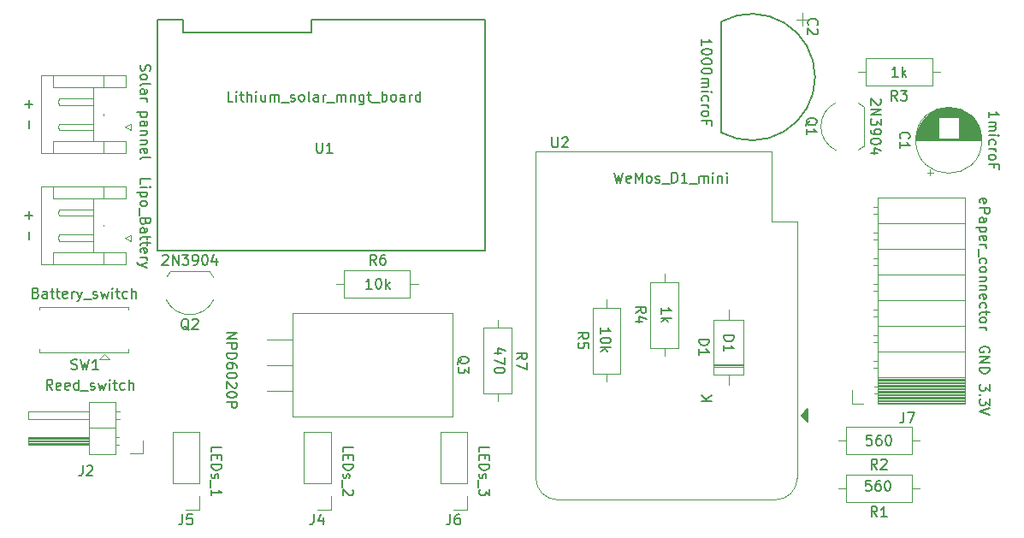
<source format=gto>
%TF.GenerationSoftware,KiCad,Pcbnew,5.1.7-a382d34a8~88~ubuntu18.04.1*%
%TF.CreationDate,2021-03-14T22:14:16-04:00*%
%TF.ProjectId,CroqueLivreSaintGerard2021_V1,43726f71-7565-44c6-9976-72655361696e,rev?*%
%TF.SameCoordinates,Original*%
%TF.FileFunction,Legend,Top*%
%TF.FilePolarity,Positive*%
%FSLAX46Y46*%
G04 Gerber Fmt 4.6, Leading zero omitted, Abs format (unit mm)*
G04 Created by KiCad (PCBNEW 5.1.7-a382d34a8~88~ubuntu18.04.1) date 2021-03-14 22:14:16*
%MOMM*%
%LPD*%
G01*
G04 APERTURE LIST*
%ADD10C,0.150000*%
%ADD11C,0.120000*%
G04 APERTURE END LIST*
D10*
X198335000Y-102433095D02*
X198382619Y-102337857D01*
X198382619Y-102195000D01*
X198335000Y-102052142D01*
X198239761Y-101956904D01*
X198144523Y-101909285D01*
X197954047Y-101861666D01*
X197811190Y-101861666D01*
X197620714Y-101909285D01*
X197525476Y-101956904D01*
X197430238Y-102052142D01*
X197382619Y-102195000D01*
X197382619Y-102290238D01*
X197430238Y-102433095D01*
X197477857Y-102480714D01*
X197811190Y-102480714D01*
X197811190Y-102290238D01*
X197382619Y-102909285D02*
X198382619Y-102909285D01*
X197382619Y-103480714D01*
X198382619Y-103480714D01*
X197382619Y-103956904D02*
X198382619Y-103956904D01*
X198382619Y-104195000D01*
X198335000Y-104337857D01*
X198239761Y-104433095D01*
X198144523Y-104480714D01*
X197954047Y-104528333D01*
X197811190Y-104528333D01*
X197620714Y-104480714D01*
X197525476Y-104433095D01*
X197430238Y-104337857D01*
X197382619Y-104195000D01*
X197382619Y-103956904D01*
X198382619Y-105623571D02*
X198382619Y-106242619D01*
X198001666Y-105909285D01*
X198001666Y-106052142D01*
X197954047Y-106147380D01*
X197906428Y-106195000D01*
X197811190Y-106242619D01*
X197573095Y-106242619D01*
X197477857Y-106195000D01*
X197430238Y-106147380D01*
X197382619Y-106052142D01*
X197382619Y-105766428D01*
X197430238Y-105671190D01*
X197477857Y-105623571D01*
X197477857Y-106671190D02*
X197430238Y-106718809D01*
X197382619Y-106671190D01*
X197430238Y-106623571D01*
X197477857Y-106671190D01*
X197382619Y-106671190D01*
X198382619Y-107052142D02*
X198382619Y-107671190D01*
X198001666Y-107337857D01*
X198001666Y-107480714D01*
X197954047Y-107575952D01*
X197906428Y-107623571D01*
X197811190Y-107671190D01*
X197573095Y-107671190D01*
X197477857Y-107623571D01*
X197430238Y-107575952D01*
X197382619Y-107480714D01*
X197382619Y-107195000D01*
X197430238Y-107099761D01*
X197477857Y-107052142D01*
X198382619Y-107956904D02*
X197382619Y-108290238D01*
X198382619Y-108623571D01*
D11*
%TO.C,+ -*%
X113375000Y-90825000D02*
X112775000Y-91125000D01*
X113375000Y-91425000D02*
X113375000Y-90825000D01*
X112775000Y-91125000D02*
X113375000Y-91425000D01*
X109685000Y-88305000D02*
X109685000Y-88625000D01*
X106265000Y-88305000D02*
X109685000Y-88305000D01*
X106185000Y-88625000D02*
X106265000Y-88305000D01*
X106265000Y-88945000D02*
X106185000Y-88625000D01*
X109685000Y-88945000D02*
X106265000Y-88945000D01*
X109685000Y-88625000D02*
X109685000Y-88945000D01*
X110685000Y-89955000D02*
X110685000Y-89795000D01*
X109685000Y-90805000D02*
X109685000Y-91125000D01*
X106265000Y-90805000D02*
X109685000Y-90805000D01*
X106185000Y-91125000D02*
X106265000Y-90805000D01*
X106265000Y-91445000D02*
X106185000Y-91125000D01*
X109685000Y-91445000D02*
X106265000Y-91445000D01*
X109685000Y-91125000D02*
X109685000Y-91445000D01*
X109685000Y-92515000D02*
X109685000Y-87235000D01*
X110685000Y-87235000D02*
X110685000Y-86015000D01*
X105685000Y-87235000D02*
X110685000Y-87235000D01*
X105685000Y-86015000D02*
X105685000Y-87235000D01*
X110685000Y-92515000D02*
X110685000Y-93735000D01*
X105685000Y-92515000D02*
X110685000Y-92515000D01*
X105685000Y-93735000D02*
X105685000Y-92515000D01*
X112885000Y-87235000D02*
X110685000Y-87235000D01*
X112885000Y-86015000D02*
X112885000Y-87235000D01*
X104465000Y-86015000D02*
X112885000Y-86015000D01*
X104465000Y-93735000D02*
X104465000Y-86015000D01*
X112885000Y-93735000D02*
X104465000Y-93735000D01*
X112885000Y-92515000D02*
X112885000Y-93735000D01*
X110685000Y-92515000D02*
X112885000Y-92515000D01*
X113375000Y-79825000D02*
X112775000Y-80125000D01*
X113375000Y-80425000D02*
X113375000Y-79825000D01*
X112775000Y-80125000D02*
X113375000Y-80425000D01*
X109685000Y-77305000D02*
X109685000Y-77625000D01*
X106265000Y-77305000D02*
X109685000Y-77305000D01*
X106185000Y-77625000D02*
X106265000Y-77305000D01*
X106265000Y-77945000D02*
X106185000Y-77625000D01*
X109685000Y-77945000D02*
X106265000Y-77945000D01*
X109685000Y-77625000D02*
X109685000Y-77945000D01*
X110685000Y-78955000D02*
X110685000Y-78795000D01*
X109685000Y-79805000D02*
X109685000Y-80125000D01*
X106265000Y-79805000D02*
X109685000Y-79805000D01*
X106185000Y-80125000D02*
X106265000Y-79805000D01*
X106265000Y-80445000D02*
X106185000Y-80125000D01*
X109685000Y-80445000D02*
X106265000Y-80445000D01*
X109685000Y-80125000D02*
X109685000Y-80445000D01*
X109685000Y-81515000D02*
X109685000Y-76235000D01*
X110685000Y-76235000D02*
X110685000Y-75015000D01*
X105685000Y-76235000D02*
X110685000Y-76235000D01*
X105685000Y-75015000D02*
X105685000Y-76235000D01*
X110685000Y-81515000D02*
X110685000Y-82735000D01*
X105685000Y-81515000D02*
X110685000Y-81515000D01*
X105685000Y-82735000D02*
X105685000Y-81515000D01*
X112885000Y-76235000D02*
X110685000Y-76235000D01*
X112885000Y-75015000D02*
X112885000Y-76235000D01*
X104465000Y-75015000D02*
X112885000Y-75015000D01*
X104465000Y-82735000D02*
X104465000Y-75015000D01*
X112885000Y-82735000D02*
X104465000Y-82735000D01*
X112885000Y-81515000D02*
X112885000Y-82735000D01*
X110685000Y-81515000D02*
X112885000Y-81515000D01*
%TO.C,U2*%
X176795000Y-89475000D02*
X176795000Y-82575000D01*
X179335000Y-89475000D02*
X176795000Y-89475000D01*
D10*
G36*
X180375000Y-109330000D02*
G01*
X180375000Y-108060000D01*
X179740000Y-108695000D01*
X180375000Y-109330000D01*
G37*
X180375000Y-109330000D02*
X180375000Y-108060000D01*
X179740000Y-108695000D01*
X180375000Y-109330000D01*
D11*
X155595000Y-117035000D02*
X177205000Y-117035000D01*
X153475000Y-82575000D02*
X153475000Y-114905000D01*
X179335000Y-89475000D02*
X179335000Y-114905000D01*
X176795000Y-82575000D02*
X153475000Y-82575000D01*
X179335000Y-114905000D02*
G75*
G02*
X177205000Y-117035000I-2130000J0D01*
G01*
X155605000Y-117035000D02*
G75*
G02*
X153475000Y-114905000I0J2130000D01*
G01*
%TO.C,C1*%
X192181000Y-84630241D02*
X192811000Y-84630241D01*
X192496000Y-84945241D02*
X192496000Y-84315241D01*
X193933000Y-78204000D02*
X194737000Y-78204000D01*
X193702000Y-78244000D02*
X194968000Y-78244000D01*
X193533000Y-78284000D02*
X195137000Y-78284000D01*
X193395000Y-78324000D02*
X195275000Y-78324000D01*
X193276000Y-78364000D02*
X195394000Y-78364000D01*
X193170000Y-78404000D02*
X195500000Y-78404000D01*
X193073000Y-78444000D02*
X195597000Y-78444000D01*
X192985000Y-78484000D02*
X195685000Y-78484000D01*
X192903000Y-78524000D02*
X195767000Y-78524000D01*
X192826000Y-78564000D02*
X195844000Y-78564000D01*
X192754000Y-78604000D02*
X195916000Y-78604000D01*
X192685000Y-78644000D02*
X195985000Y-78644000D01*
X192621000Y-78684000D02*
X196049000Y-78684000D01*
X192559000Y-78724000D02*
X196111000Y-78724000D01*
X192501000Y-78764000D02*
X196169000Y-78764000D01*
X192445000Y-78804000D02*
X196225000Y-78804000D01*
X192391000Y-78844000D02*
X196279000Y-78844000D01*
X192340000Y-78884000D02*
X196330000Y-78884000D01*
X192291000Y-78924000D02*
X196379000Y-78924000D01*
X192243000Y-78964000D02*
X196427000Y-78964000D01*
X192198000Y-79004000D02*
X196472000Y-79004000D01*
X192153000Y-79044000D02*
X196517000Y-79044000D01*
X192111000Y-79084000D02*
X196559000Y-79084000D01*
X192070000Y-79124000D02*
X196600000Y-79124000D01*
X195375000Y-79164000D02*
X196640000Y-79164000D01*
X192030000Y-79164000D02*
X193295000Y-79164000D01*
X195375000Y-79204000D02*
X196678000Y-79204000D01*
X191992000Y-79204000D02*
X193295000Y-79204000D01*
X195375000Y-79244000D02*
X196715000Y-79244000D01*
X191955000Y-79244000D02*
X193295000Y-79244000D01*
X195375000Y-79284000D02*
X196751000Y-79284000D01*
X191919000Y-79284000D02*
X193295000Y-79284000D01*
X195375000Y-79324000D02*
X196785000Y-79324000D01*
X191885000Y-79324000D02*
X193295000Y-79324000D01*
X195375000Y-79364000D02*
X196819000Y-79364000D01*
X191851000Y-79364000D02*
X193295000Y-79364000D01*
X195375000Y-79404000D02*
X196851000Y-79404000D01*
X191819000Y-79404000D02*
X193295000Y-79404000D01*
X195375000Y-79444000D02*
X196883000Y-79444000D01*
X191787000Y-79444000D02*
X193295000Y-79444000D01*
X195375000Y-79484000D02*
X196913000Y-79484000D01*
X191757000Y-79484000D02*
X193295000Y-79484000D01*
X195375000Y-79524000D02*
X196942000Y-79524000D01*
X191728000Y-79524000D02*
X193295000Y-79524000D01*
X195375000Y-79564000D02*
X196971000Y-79564000D01*
X191699000Y-79564000D02*
X193295000Y-79564000D01*
X195375000Y-79604000D02*
X196999000Y-79604000D01*
X191671000Y-79604000D02*
X193295000Y-79604000D01*
X195375000Y-79644000D02*
X197025000Y-79644000D01*
X191645000Y-79644000D02*
X193295000Y-79644000D01*
X195375000Y-79684000D02*
X197051000Y-79684000D01*
X191619000Y-79684000D02*
X193295000Y-79684000D01*
X195375000Y-79724000D02*
X197077000Y-79724000D01*
X191593000Y-79724000D02*
X193295000Y-79724000D01*
X195375000Y-79764000D02*
X197101000Y-79764000D01*
X191569000Y-79764000D02*
X193295000Y-79764000D01*
X195375000Y-79804000D02*
X197125000Y-79804000D01*
X191545000Y-79804000D02*
X193295000Y-79804000D01*
X195375000Y-79844000D02*
X197147000Y-79844000D01*
X191523000Y-79844000D02*
X193295000Y-79844000D01*
X195375000Y-79884000D02*
X197169000Y-79884000D01*
X191501000Y-79884000D02*
X193295000Y-79884000D01*
X195375000Y-79924000D02*
X197191000Y-79924000D01*
X191479000Y-79924000D02*
X193295000Y-79924000D01*
X195375000Y-79964000D02*
X197211000Y-79964000D01*
X191459000Y-79964000D02*
X193295000Y-79964000D01*
X195375000Y-80004000D02*
X197231000Y-80004000D01*
X191439000Y-80004000D02*
X193295000Y-80004000D01*
X195375000Y-80044000D02*
X197251000Y-80044000D01*
X191419000Y-80044000D02*
X193295000Y-80044000D01*
X195375000Y-80084000D02*
X197269000Y-80084000D01*
X191401000Y-80084000D02*
X193295000Y-80084000D01*
X195375000Y-80124000D02*
X197287000Y-80124000D01*
X191383000Y-80124000D02*
X193295000Y-80124000D01*
X195375000Y-80164000D02*
X197305000Y-80164000D01*
X191365000Y-80164000D02*
X193295000Y-80164000D01*
X195375000Y-80204000D02*
X197321000Y-80204000D01*
X191349000Y-80204000D02*
X193295000Y-80204000D01*
X195375000Y-80244000D02*
X197337000Y-80244000D01*
X191333000Y-80244000D02*
X193295000Y-80244000D01*
X195375000Y-80284000D02*
X197353000Y-80284000D01*
X191317000Y-80284000D02*
X193295000Y-80284000D01*
X195375000Y-80324000D02*
X197368000Y-80324000D01*
X191302000Y-80324000D02*
X193295000Y-80324000D01*
X195375000Y-80364000D02*
X197382000Y-80364000D01*
X191288000Y-80364000D02*
X193295000Y-80364000D01*
X195375000Y-80404000D02*
X197396000Y-80404000D01*
X191274000Y-80404000D02*
X193295000Y-80404000D01*
X195375000Y-80444000D02*
X197409000Y-80444000D01*
X191261000Y-80444000D02*
X193295000Y-80444000D01*
X195375000Y-80484000D02*
X197421000Y-80484000D01*
X191249000Y-80484000D02*
X193295000Y-80484000D01*
X195375000Y-80524000D02*
X197433000Y-80524000D01*
X191237000Y-80524000D02*
X193295000Y-80524000D01*
X195375000Y-80564000D02*
X197445000Y-80564000D01*
X191225000Y-80564000D02*
X193295000Y-80564000D01*
X195375000Y-80604000D02*
X197456000Y-80604000D01*
X191214000Y-80604000D02*
X193295000Y-80604000D01*
X195375000Y-80644000D02*
X197466000Y-80644000D01*
X191204000Y-80644000D02*
X193295000Y-80644000D01*
X195375000Y-80684000D02*
X197476000Y-80684000D01*
X191194000Y-80684000D02*
X193295000Y-80684000D01*
X195375000Y-80724000D02*
X197485000Y-80724000D01*
X191185000Y-80724000D02*
X193295000Y-80724000D01*
X195375000Y-80765000D02*
X197494000Y-80765000D01*
X191176000Y-80765000D02*
X193295000Y-80765000D01*
X195375000Y-80805000D02*
X197502000Y-80805000D01*
X191168000Y-80805000D02*
X193295000Y-80805000D01*
X195375000Y-80845000D02*
X197510000Y-80845000D01*
X191160000Y-80845000D02*
X193295000Y-80845000D01*
X195375000Y-80885000D02*
X197517000Y-80885000D01*
X191153000Y-80885000D02*
X193295000Y-80885000D01*
X195375000Y-80925000D02*
X197524000Y-80925000D01*
X191146000Y-80925000D02*
X193295000Y-80925000D01*
X195375000Y-80965000D02*
X197530000Y-80965000D01*
X191140000Y-80965000D02*
X193295000Y-80965000D01*
X195375000Y-81005000D02*
X197536000Y-81005000D01*
X191134000Y-81005000D02*
X193295000Y-81005000D01*
X195375000Y-81045000D02*
X197541000Y-81045000D01*
X191129000Y-81045000D02*
X193295000Y-81045000D01*
X195375000Y-81085000D02*
X197546000Y-81085000D01*
X191124000Y-81085000D02*
X193295000Y-81085000D01*
X195375000Y-81125000D02*
X197550000Y-81125000D01*
X191120000Y-81125000D02*
X193295000Y-81125000D01*
X195375000Y-81165000D02*
X197553000Y-81165000D01*
X191117000Y-81165000D02*
X193295000Y-81165000D01*
X195375000Y-81205000D02*
X197557000Y-81205000D01*
X191113000Y-81205000D02*
X193295000Y-81205000D01*
X191111000Y-81245000D02*
X197559000Y-81245000D01*
X191108000Y-81285000D02*
X197562000Y-81285000D01*
X191107000Y-81325000D02*
X197563000Y-81325000D01*
X191105000Y-81365000D02*
X197565000Y-81365000D01*
X191105000Y-81405000D02*
X197565000Y-81405000D01*
X191105000Y-81445000D02*
X197565000Y-81445000D01*
X197605000Y-81445000D02*
G75*
G03*
X197605000Y-81445000I-3270000J0D01*
G01*
D10*
%TO.C,C2*%
X171835001Y-80694999D02*
X171835000Y-69695000D01*
D11*
X180485000Y-69495000D02*
X179235000Y-69495000D01*
X179835000Y-68845000D02*
X179835000Y-70095000D01*
D10*
X171864773Y-69678865D02*
G75*
G02*
X171835001Y-80694999I2970227J-5516135D01*
G01*
D11*
%TO.C,J2*%
X114605000Y-112465000D02*
X113335000Y-112465000D01*
X114605000Y-111195000D02*
X114605000Y-112465000D01*
X112292071Y-108275000D02*
X111895000Y-108275000D01*
X112292071Y-109035000D02*
X111895000Y-109035000D01*
X103235000Y-108275000D02*
X109235000Y-108275000D01*
X103235000Y-109035000D02*
X103235000Y-108275000D01*
X109235000Y-109035000D02*
X103235000Y-109035000D01*
X111895000Y-109925000D02*
X109235000Y-109925000D01*
X112225000Y-110815000D02*
X111895000Y-110815000D01*
X112225000Y-111575000D02*
X111895000Y-111575000D01*
X109235000Y-110915000D02*
X103235000Y-110915000D01*
X109235000Y-111035000D02*
X103235000Y-111035000D01*
X109235000Y-111155000D02*
X103235000Y-111155000D01*
X109235000Y-111275000D02*
X103235000Y-111275000D01*
X109235000Y-111395000D02*
X103235000Y-111395000D01*
X109235000Y-111515000D02*
X103235000Y-111515000D01*
X103235000Y-110815000D02*
X109235000Y-110815000D01*
X103235000Y-111575000D02*
X103235000Y-110815000D01*
X109235000Y-111575000D02*
X103235000Y-111575000D01*
X109235000Y-112525000D02*
X111895000Y-112525000D01*
X109235000Y-107325000D02*
X109235000Y-112525000D01*
X111895000Y-107325000D02*
X109235000Y-107325000D01*
X111895000Y-112525000D02*
X111895000Y-107325000D01*
%TO.C,J7*%
X195925000Y-107405000D02*
X187295000Y-107405000D01*
X195925000Y-107286905D02*
X187295000Y-107286905D01*
X195925000Y-107168810D02*
X187295000Y-107168810D01*
X195925000Y-107050715D02*
X187295000Y-107050715D01*
X195925000Y-106932620D02*
X187295000Y-106932620D01*
X195925000Y-106814525D02*
X187295000Y-106814525D01*
X195925000Y-106696430D02*
X187295000Y-106696430D01*
X195925000Y-106578335D02*
X187295000Y-106578335D01*
X195925000Y-106460240D02*
X187295000Y-106460240D01*
X195925000Y-106342145D02*
X187295000Y-106342145D01*
X195925000Y-106224050D02*
X187295000Y-106224050D01*
X195925000Y-106105955D02*
X187295000Y-106105955D01*
X195925000Y-105987860D02*
X187295000Y-105987860D01*
X195925000Y-105869765D02*
X187295000Y-105869765D01*
X195925000Y-105751670D02*
X187295000Y-105751670D01*
X195925000Y-105633575D02*
X187295000Y-105633575D01*
X195925000Y-105515480D02*
X187295000Y-105515480D01*
X195925000Y-105397385D02*
X187295000Y-105397385D01*
X195925000Y-105279290D02*
X187295000Y-105279290D01*
X195925000Y-105161195D02*
X187295000Y-105161195D01*
X195925000Y-105043100D02*
X187295000Y-105043100D01*
X187295000Y-106555000D02*
X186945000Y-106555000D01*
X187295000Y-105835000D02*
X186945000Y-105835000D01*
X187295000Y-104015000D02*
X186885000Y-104015000D01*
X187295000Y-103295000D02*
X186885000Y-103295000D01*
X187295000Y-101475000D02*
X186885000Y-101475000D01*
X187295000Y-100755000D02*
X186885000Y-100755000D01*
X187295000Y-98935000D02*
X186885000Y-98935000D01*
X187295000Y-98215000D02*
X186885000Y-98215000D01*
X187295000Y-96395000D02*
X186885000Y-96395000D01*
X187295000Y-95675000D02*
X186885000Y-95675000D01*
X187295000Y-93855000D02*
X186885000Y-93855000D01*
X187295000Y-93135000D02*
X186885000Y-93135000D01*
X187295000Y-91315000D02*
X186885000Y-91315000D01*
X187295000Y-90595000D02*
X186885000Y-90595000D01*
X187295000Y-88775000D02*
X186885000Y-88775000D01*
X187295000Y-88055000D02*
X186885000Y-88055000D01*
X195925000Y-104925000D02*
X187295000Y-104925000D01*
X195925000Y-102385000D02*
X187295000Y-102385000D01*
X195925000Y-99845000D02*
X187295000Y-99845000D01*
X195925000Y-97305000D02*
X187295000Y-97305000D01*
X195925000Y-94765000D02*
X187295000Y-94765000D01*
X195925000Y-92225000D02*
X187295000Y-92225000D01*
X195925000Y-89685000D02*
X187295000Y-89685000D01*
X195925000Y-107525000D02*
X187295000Y-107525000D01*
X187295000Y-107525000D02*
X187295000Y-87085000D01*
X195925000Y-87085000D02*
X187295000Y-87085000D01*
X195925000Y-107525000D02*
X195925000Y-87085000D01*
X184725000Y-107525000D02*
X184725000Y-106195000D01*
X185835000Y-107525000D02*
X184725000Y-107525000D01*
%TO.C,Q1*%
X185975000Y-82025000D02*
X185975000Y-78175000D01*
X185397045Y-82407631D02*
G75*
G03*
X185975000Y-82025000I-1122045J2322631D01*
G01*
X183176193Y-82441400D02*
G75*
G02*
X181675000Y-80085000I1098807J2356400D01*
G01*
X183176193Y-77728600D02*
G75*
G03*
X181675000Y-80085000I1098807J-2356400D01*
G01*
X185387264Y-77782617D02*
G75*
G02*
X185975000Y-78175000I-1112264J-2302383D01*
G01*
%TO.C,Q2*%
X121175000Y-94425000D02*
X117325000Y-94425000D01*
X116932617Y-95012736D02*
G75*
G02*
X117325000Y-94425000I2302383J-1112264D01*
G01*
X116878600Y-97223807D02*
G75*
G03*
X119235000Y-98725000I2356400J1098807D01*
G01*
X121591400Y-97223807D02*
G75*
G02*
X119235000Y-98725000I-2356400J1098807D01*
G01*
X121557631Y-95002955D02*
G75*
G03*
X121175000Y-94425000I-2322631J-1122045D01*
G01*
%TO.C,Q3*%
X129365000Y-106235000D02*
X126825000Y-106235000D01*
X129365000Y-103695000D02*
X126825000Y-103695000D01*
X129365000Y-101155000D02*
X126825000Y-101155000D01*
X145255000Y-108815000D02*
X129365000Y-108815000D01*
X145255000Y-98575000D02*
X129365000Y-98575000D01*
X145255000Y-98575000D02*
X145255000Y-108815000D01*
X129365000Y-98575000D02*
X129365000Y-108815000D01*
D10*
%TO.C,U1*%
X118555000Y-69530000D02*
X116015000Y-69530000D01*
X116015000Y-69530000D02*
X116015000Y-92390000D01*
X116015000Y-92390000D02*
X148400000Y-92390000D01*
X148400000Y-92390000D02*
X148400000Y-69530000D01*
X148400000Y-69530000D02*
X131255000Y-69530000D01*
X131255000Y-69530000D02*
X131255000Y-70800000D01*
X131255000Y-70800000D02*
X118555000Y-70800000D01*
X118555000Y-70800000D02*
X118555000Y-69530000D01*
D11*
%TO.C,J4*%
X133165000Y-110285000D02*
X130505000Y-110285000D01*
X133165000Y-115425000D02*
X133165000Y-110285000D01*
X130505000Y-115425000D02*
X130505000Y-110285000D01*
X133165000Y-115425000D02*
X130505000Y-115425000D01*
X133165000Y-116695000D02*
X133165000Y-118025000D01*
X133165000Y-118025000D02*
X131835000Y-118025000D01*
%TO.C,J5*%
X120165000Y-118025000D02*
X118835000Y-118025000D01*
X120165000Y-116695000D02*
X120165000Y-118025000D01*
X120165000Y-115425000D02*
X117505000Y-115425000D01*
X117505000Y-115425000D02*
X117505000Y-110285000D01*
X120165000Y-115425000D02*
X120165000Y-110285000D01*
X120165000Y-110285000D02*
X117505000Y-110285000D01*
%TO.C,J6*%
X146665000Y-110285000D02*
X144005000Y-110285000D01*
X146665000Y-115425000D02*
X146665000Y-110285000D01*
X144005000Y-115425000D02*
X144005000Y-110285000D01*
X146665000Y-115425000D02*
X144005000Y-115425000D01*
X146665000Y-116695000D02*
X146665000Y-118025000D01*
X146665000Y-118025000D02*
X145335000Y-118025000D01*
%TO.C,SW1*%
X113145000Y-102455000D02*
X104325000Y-102455000D01*
X104325000Y-102455000D02*
X104325000Y-102145000D01*
X104325000Y-97935000D02*
X113145000Y-97935000D01*
X113145000Y-102145000D02*
X113145000Y-102455000D01*
X113145000Y-97935000D02*
X113145000Y-98245000D01*
X104325000Y-97935000D02*
X104325000Y-98245000D01*
X111235000Y-103155000D02*
X110735000Y-102655000D01*
X110735000Y-102655000D02*
X110235000Y-103155000D01*
X110235000Y-103155000D02*
X111235000Y-103155000D01*
%TO.C,R1*%
X190685000Y-117255000D02*
X190685000Y-114515000D01*
X190685000Y-114515000D02*
X184145000Y-114515000D01*
X184145000Y-114515000D02*
X184145000Y-117255000D01*
X184145000Y-117255000D02*
X190685000Y-117255000D01*
X191455000Y-115885000D02*
X190685000Y-115885000D01*
X183375000Y-115885000D02*
X184145000Y-115885000D01*
%TO.C,R2*%
X183375000Y-111195000D02*
X184145000Y-111195000D01*
X191455000Y-111195000D02*
X190685000Y-111195000D01*
X184145000Y-112565000D02*
X190685000Y-112565000D01*
X184145000Y-109825000D02*
X184145000Y-112565000D01*
X190685000Y-109825000D02*
X184145000Y-109825000D01*
X190685000Y-112565000D02*
X190685000Y-109825000D01*
%TO.C,R3*%
X192685000Y-76065000D02*
X192685000Y-73325000D01*
X192685000Y-73325000D02*
X186145000Y-73325000D01*
X186145000Y-73325000D02*
X186145000Y-76065000D01*
X186145000Y-76065000D02*
X192685000Y-76065000D01*
X193455000Y-74695000D02*
X192685000Y-74695000D01*
X185375000Y-74695000D02*
X186145000Y-74695000D01*
%TO.C,R4*%
X166180000Y-102780000D02*
X166180000Y-102010000D01*
X166180000Y-94700000D02*
X166180000Y-95470000D01*
X167550000Y-102010000D02*
X167550000Y-95470000D01*
X164810000Y-102010000D02*
X167550000Y-102010000D01*
X164810000Y-95470000D02*
X164810000Y-102010000D01*
X167550000Y-95470000D02*
X164810000Y-95470000D01*
%TO.C,R5*%
X160465000Y-97240000D02*
X160465000Y-98010000D01*
X160465000Y-105320000D02*
X160465000Y-104550000D01*
X159095000Y-98010000D02*
X159095000Y-104550000D01*
X161835000Y-98010000D02*
X159095000Y-98010000D01*
X161835000Y-104550000D02*
X161835000Y-98010000D01*
X159095000Y-104550000D02*
X161835000Y-104550000D01*
%TO.C,R6*%
X134485000Y-94325000D02*
X134485000Y-97065000D01*
X134485000Y-97065000D02*
X141025000Y-97065000D01*
X141025000Y-97065000D02*
X141025000Y-94325000D01*
X141025000Y-94325000D02*
X134485000Y-94325000D01*
X133715000Y-95695000D02*
X134485000Y-95695000D01*
X141795000Y-95695000D02*
X141025000Y-95695000D01*
%TO.C,R7*%
X151040000Y-100005000D02*
X148300000Y-100005000D01*
X148300000Y-100005000D02*
X148300000Y-106545000D01*
X148300000Y-106545000D02*
X151040000Y-106545000D01*
X151040000Y-106545000D02*
X151040000Y-100005000D01*
X149670000Y-99235000D02*
X149670000Y-100005000D01*
X149670000Y-107315000D02*
X149670000Y-106545000D01*
%TO.C,D1*%
X171060000Y-103855000D02*
X174000000Y-103855000D01*
X171060000Y-103615000D02*
X174000000Y-103615000D01*
X171060000Y-103735000D02*
X174000000Y-103735000D01*
X172530000Y-98175000D02*
X172530000Y-99195000D01*
X172530000Y-105655000D02*
X172530000Y-104635000D01*
X171060000Y-99195000D02*
X171060000Y-104635000D01*
X174000000Y-99195000D02*
X171060000Y-99195000D01*
X174000000Y-104635000D02*
X174000000Y-99195000D01*
X171060000Y-104635000D02*
X174000000Y-104635000D01*
%TO.C,+ -*%
D10*
X103303571Y-88494047D02*
X103303571Y-89255952D01*
X102922619Y-88875000D02*
X103684523Y-88875000D01*
X103303571Y-90494047D02*
X103303571Y-91255952D01*
X114322619Y-85767857D02*
X114322619Y-85291666D01*
X115322619Y-85291666D01*
X114322619Y-86101190D02*
X114989285Y-86101190D01*
X115322619Y-86101190D02*
X115275000Y-86053571D01*
X115227380Y-86101190D01*
X115275000Y-86148809D01*
X115322619Y-86101190D01*
X115227380Y-86101190D01*
X114989285Y-86577380D02*
X113989285Y-86577380D01*
X114941666Y-86577380D02*
X114989285Y-86672619D01*
X114989285Y-86863095D01*
X114941666Y-86958333D01*
X114894047Y-87005952D01*
X114798809Y-87053571D01*
X114513095Y-87053571D01*
X114417857Y-87005952D01*
X114370238Y-86958333D01*
X114322619Y-86863095D01*
X114322619Y-86672619D01*
X114370238Y-86577380D01*
X114322619Y-87625000D02*
X114370238Y-87529761D01*
X114417857Y-87482142D01*
X114513095Y-87434523D01*
X114798809Y-87434523D01*
X114894047Y-87482142D01*
X114941666Y-87529761D01*
X114989285Y-87625000D01*
X114989285Y-87767857D01*
X114941666Y-87863095D01*
X114894047Y-87910714D01*
X114798809Y-87958333D01*
X114513095Y-87958333D01*
X114417857Y-87910714D01*
X114370238Y-87863095D01*
X114322619Y-87767857D01*
X114322619Y-87625000D01*
X114227380Y-88148809D02*
X114227380Y-88910714D01*
X114846428Y-89482142D02*
X114798809Y-89625000D01*
X114751190Y-89672619D01*
X114655952Y-89720238D01*
X114513095Y-89720238D01*
X114417857Y-89672619D01*
X114370238Y-89625000D01*
X114322619Y-89529761D01*
X114322619Y-89148809D01*
X115322619Y-89148809D01*
X115322619Y-89482142D01*
X115275000Y-89577380D01*
X115227380Y-89625000D01*
X115132142Y-89672619D01*
X115036904Y-89672619D01*
X114941666Y-89625000D01*
X114894047Y-89577380D01*
X114846428Y-89482142D01*
X114846428Y-89148809D01*
X114322619Y-90577380D02*
X114846428Y-90577380D01*
X114941666Y-90529761D01*
X114989285Y-90434523D01*
X114989285Y-90244047D01*
X114941666Y-90148809D01*
X114370238Y-90577380D02*
X114322619Y-90482142D01*
X114322619Y-90244047D01*
X114370238Y-90148809D01*
X114465476Y-90101190D01*
X114560714Y-90101190D01*
X114655952Y-90148809D01*
X114703571Y-90244047D01*
X114703571Y-90482142D01*
X114751190Y-90577380D01*
X114989285Y-90910714D02*
X114989285Y-91291666D01*
X115322619Y-91053571D02*
X114465476Y-91053571D01*
X114370238Y-91101190D01*
X114322619Y-91196428D01*
X114322619Y-91291666D01*
X114989285Y-91482142D02*
X114989285Y-91863095D01*
X115322619Y-91625000D02*
X114465476Y-91625000D01*
X114370238Y-91672619D01*
X114322619Y-91767857D01*
X114322619Y-91863095D01*
X114370238Y-92577380D02*
X114322619Y-92482142D01*
X114322619Y-92291666D01*
X114370238Y-92196428D01*
X114465476Y-92148809D01*
X114846428Y-92148809D01*
X114941666Y-92196428D01*
X114989285Y-92291666D01*
X114989285Y-92482142D01*
X114941666Y-92577380D01*
X114846428Y-92625000D01*
X114751190Y-92625000D01*
X114655952Y-92148809D01*
X114322619Y-93053571D02*
X114989285Y-93053571D01*
X114798809Y-93053571D02*
X114894047Y-93101190D01*
X114941666Y-93148809D01*
X114989285Y-93244047D01*
X114989285Y-93339285D01*
X114989285Y-93577380D02*
X114322619Y-93815476D01*
X114989285Y-94053571D02*
X114322619Y-93815476D01*
X114084523Y-93720238D01*
X114036904Y-93672619D01*
X113989285Y-93577380D01*
X103303571Y-77494047D02*
X103303571Y-78255952D01*
X102922619Y-77875000D02*
X103684523Y-77875000D01*
X103303571Y-79494047D02*
X103303571Y-80255952D01*
X114370238Y-73982142D02*
X114322619Y-74125000D01*
X114322619Y-74363095D01*
X114370238Y-74458333D01*
X114417857Y-74505952D01*
X114513095Y-74553571D01*
X114608333Y-74553571D01*
X114703571Y-74505952D01*
X114751190Y-74458333D01*
X114798809Y-74363095D01*
X114846428Y-74172619D01*
X114894047Y-74077380D01*
X114941666Y-74029761D01*
X115036904Y-73982142D01*
X115132142Y-73982142D01*
X115227380Y-74029761D01*
X115275000Y-74077380D01*
X115322619Y-74172619D01*
X115322619Y-74410714D01*
X115275000Y-74553571D01*
X114322619Y-75125000D02*
X114370238Y-75029761D01*
X114417857Y-74982142D01*
X114513095Y-74934523D01*
X114798809Y-74934523D01*
X114894047Y-74982142D01*
X114941666Y-75029761D01*
X114989285Y-75125000D01*
X114989285Y-75267857D01*
X114941666Y-75363095D01*
X114894047Y-75410714D01*
X114798809Y-75458333D01*
X114513095Y-75458333D01*
X114417857Y-75410714D01*
X114370238Y-75363095D01*
X114322619Y-75267857D01*
X114322619Y-75125000D01*
X114322619Y-76029761D02*
X114370238Y-75934523D01*
X114465476Y-75886904D01*
X115322619Y-75886904D01*
X114322619Y-76839285D02*
X114846428Y-76839285D01*
X114941666Y-76791666D01*
X114989285Y-76696428D01*
X114989285Y-76505952D01*
X114941666Y-76410714D01*
X114370238Y-76839285D02*
X114322619Y-76744047D01*
X114322619Y-76505952D01*
X114370238Y-76410714D01*
X114465476Y-76363095D01*
X114560714Y-76363095D01*
X114655952Y-76410714D01*
X114703571Y-76505952D01*
X114703571Y-76744047D01*
X114751190Y-76839285D01*
X114322619Y-77315476D02*
X114989285Y-77315476D01*
X114798809Y-77315476D02*
X114894047Y-77363095D01*
X114941666Y-77410714D01*
X114989285Y-77505952D01*
X114989285Y-77601190D01*
X114989285Y-78696428D02*
X113989285Y-78696428D01*
X114941666Y-78696428D02*
X114989285Y-78791666D01*
X114989285Y-78982142D01*
X114941666Y-79077380D01*
X114894047Y-79125000D01*
X114798809Y-79172619D01*
X114513095Y-79172619D01*
X114417857Y-79125000D01*
X114370238Y-79077380D01*
X114322619Y-78982142D01*
X114322619Y-78791666D01*
X114370238Y-78696428D01*
X114322619Y-80029761D02*
X114846428Y-80029761D01*
X114941666Y-79982142D01*
X114989285Y-79886904D01*
X114989285Y-79696428D01*
X114941666Y-79601190D01*
X114370238Y-80029761D02*
X114322619Y-79934523D01*
X114322619Y-79696428D01*
X114370238Y-79601190D01*
X114465476Y-79553571D01*
X114560714Y-79553571D01*
X114655952Y-79601190D01*
X114703571Y-79696428D01*
X114703571Y-79934523D01*
X114751190Y-80029761D01*
X114989285Y-80505952D02*
X114322619Y-80505952D01*
X114894047Y-80505952D02*
X114941666Y-80553571D01*
X114989285Y-80648809D01*
X114989285Y-80791666D01*
X114941666Y-80886904D01*
X114846428Y-80934523D01*
X114322619Y-80934523D01*
X114989285Y-81410714D02*
X114322619Y-81410714D01*
X114894047Y-81410714D02*
X114941666Y-81458333D01*
X114989285Y-81553571D01*
X114989285Y-81696428D01*
X114941666Y-81791666D01*
X114846428Y-81839285D01*
X114322619Y-81839285D01*
X114370238Y-82696428D02*
X114322619Y-82601190D01*
X114322619Y-82410714D01*
X114370238Y-82315476D01*
X114465476Y-82267857D01*
X114846428Y-82267857D01*
X114941666Y-82315476D01*
X114989285Y-82410714D01*
X114989285Y-82601190D01*
X114941666Y-82696428D01*
X114846428Y-82744047D01*
X114751190Y-82744047D01*
X114655952Y-82267857D01*
X114322619Y-83315476D02*
X114370238Y-83220238D01*
X114465476Y-83172619D01*
X115322619Y-83172619D01*
%TO.C,U2*%
X155073095Y-81147380D02*
X155073095Y-81956904D01*
X155120714Y-82052142D01*
X155168333Y-82099761D01*
X155263571Y-82147380D01*
X155454047Y-82147380D01*
X155549285Y-82099761D01*
X155596904Y-82052142D01*
X155644523Y-81956904D01*
X155644523Y-81147380D01*
X156073095Y-81242619D02*
X156120714Y-81195000D01*
X156215952Y-81147380D01*
X156454047Y-81147380D01*
X156549285Y-81195000D01*
X156596904Y-81242619D01*
X156644523Y-81337857D01*
X156644523Y-81433095D01*
X156596904Y-81575952D01*
X156025476Y-82147380D01*
X156644523Y-82147380D01*
X161215952Y-84647380D02*
X161454047Y-85647380D01*
X161644523Y-84933095D01*
X161835000Y-85647380D01*
X162073095Y-84647380D01*
X162835000Y-85599761D02*
X162739761Y-85647380D01*
X162549285Y-85647380D01*
X162454047Y-85599761D01*
X162406428Y-85504523D01*
X162406428Y-85123571D01*
X162454047Y-85028333D01*
X162549285Y-84980714D01*
X162739761Y-84980714D01*
X162835000Y-85028333D01*
X162882619Y-85123571D01*
X162882619Y-85218809D01*
X162406428Y-85314047D01*
X163311190Y-85647380D02*
X163311190Y-84647380D01*
X163644523Y-85361666D01*
X163977857Y-84647380D01*
X163977857Y-85647380D01*
X164596904Y-85647380D02*
X164501666Y-85599761D01*
X164454047Y-85552142D01*
X164406428Y-85456904D01*
X164406428Y-85171190D01*
X164454047Y-85075952D01*
X164501666Y-85028333D01*
X164596904Y-84980714D01*
X164739761Y-84980714D01*
X164835000Y-85028333D01*
X164882619Y-85075952D01*
X164930238Y-85171190D01*
X164930238Y-85456904D01*
X164882619Y-85552142D01*
X164835000Y-85599761D01*
X164739761Y-85647380D01*
X164596904Y-85647380D01*
X165311190Y-85599761D02*
X165406428Y-85647380D01*
X165596904Y-85647380D01*
X165692142Y-85599761D01*
X165739761Y-85504523D01*
X165739761Y-85456904D01*
X165692142Y-85361666D01*
X165596904Y-85314047D01*
X165454047Y-85314047D01*
X165358809Y-85266428D01*
X165311190Y-85171190D01*
X165311190Y-85123571D01*
X165358809Y-85028333D01*
X165454047Y-84980714D01*
X165596904Y-84980714D01*
X165692142Y-85028333D01*
X165930238Y-85742619D02*
X166692142Y-85742619D01*
X166930238Y-85647380D02*
X166930238Y-84647380D01*
X167168333Y-84647380D01*
X167311190Y-84695000D01*
X167406428Y-84790238D01*
X167454047Y-84885476D01*
X167501666Y-85075952D01*
X167501666Y-85218809D01*
X167454047Y-85409285D01*
X167406428Y-85504523D01*
X167311190Y-85599761D01*
X167168333Y-85647380D01*
X166930238Y-85647380D01*
X168454047Y-85647380D02*
X167882619Y-85647380D01*
X168168333Y-85647380D02*
X168168333Y-84647380D01*
X168073095Y-84790238D01*
X167977857Y-84885476D01*
X167882619Y-84933095D01*
X168644523Y-85742619D02*
X169406428Y-85742619D01*
X169644523Y-85647380D02*
X169644523Y-84980714D01*
X169644523Y-85075952D02*
X169692142Y-85028333D01*
X169787380Y-84980714D01*
X169930238Y-84980714D01*
X170025476Y-85028333D01*
X170073095Y-85123571D01*
X170073095Y-85647380D01*
X170073095Y-85123571D02*
X170120714Y-85028333D01*
X170215952Y-84980714D01*
X170358809Y-84980714D01*
X170454047Y-85028333D01*
X170501666Y-85123571D01*
X170501666Y-85647380D01*
X170977857Y-85647380D02*
X170977857Y-84980714D01*
X170977857Y-84647380D02*
X170930238Y-84695000D01*
X170977857Y-84742619D01*
X171025476Y-84695000D01*
X170977857Y-84647380D01*
X170977857Y-84742619D01*
X171454047Y-84980714D02*
X171454047Y-85647380D01*
X171454047Y-85075952D02*
X171501666Y-85028333D01*
X171596904Y-84980714D01*
X171739761Y-84980714D01*
X171835000Y-85028333D01*
X171882619Y-85123571D01*
X171882619Y-85647380D01*
X172358809Y-85647380D02*
X172358809Y-84980714D01*
X172358809Y-84647380D02*
X172311190Y-84695000D01*
X172358809Y-84742619D01*
X172406428Y-84695000D01*
X172358809Y-84647380D01*
X172358809Y-84742619D01*
%TO.C,C1*%
X189577857Y-81278333D02*
X189530238Y-81230714D01*
X189482619Y-81087857D01*
X189482619Y-80992619D01*
X189530238Y-80849761D01*
X189625476Y-80754523D01*
X189720714Y-80706904D01*
X189911190Y-80659285D01*
X190054047Y-80659285D01*
X190244523Y-80706904D01*
X190339761Y-80754523D01*
X190435000Y-80849761D01*
X190482619Y-80992619D01*
X190482619Y-81087857D01*
X190435000Y-81230714D01*
X190387380Y-81278333D01*
X189482619Y-82230714D02*
X189482619Y-81659285D01*
X189482619Y-81945000D02*
X190482619Y-81945000D01*
X190339761Y-81849761D01*
X190244523Y-81754523D01*
X190196904Y-81659285D01*
X198282619Y-79206904D02*
X198282619Y-78635476D01*
X198282619Y-78921190D02*
X199282619Y-78921190D01*
X199139761Y-78825952D01*
X199044523Y-78730714D01*
X198996904Y-78635476D01*
X198282619Y-79635476D02*
X198949285Y-79635476D01*
X198854047Y-79635476D02*
X198901666Y-79683095D01*
X198949285Y-79778333D01*
X198949285Y-79921190D01*
X198901666Y-80016428D01*
X198806428Y-80064047D01*
X198282619Y-80064047D01*
X198806428Y-80064047D02*
X198901666Y-80111666D01*
X198949285Y-80206904D01*
X198949285Y-80349761D01*
X198901666Y-80445000D01*
X198806428Y-80492619D01*
X198282619Y-80492619D01*
X198282619Y-80968809D02*
X198949285Y-80968809D01*
X199282619Y-80968809D02*
X199235000Y-80921190D01*
X199187380Y-80968809D01*
X199235000Y-81016428D01*
X199282619Y-80968809D01*
X199187380Y-80968809D01*
X198330238Y-81873571D02*
X198282619Y-81778333D01*
X198282619Y-81587857D01*
X198330238Y-81492619D01*
X198377857Y-81445000D01*
X198473095Y-81397380D01*
X198758809Y-81397380D01*
X198854047Y-81445000D01*
X198901666Y-81492619D01*
X198949285Y-81587857D01*
X198949285Y-81778333D01*
X198901666Y-81873571D01*
X198282619Y-82302142D02*
X198949285Y-82302142D01*
X198758809Y-82302142D02*
X198854047Y-82349761D01*
X198901666Y-82397380D01*
X198949285Y-82492619D01*
X198949285Y-82587857D01*
X198282619Y-83064047D02*
X198330238Y-82968809D01*
X198377857Y-82921190D01*
X198473095Y-82873571D01*
X198758809Y-82873571D01*
X198854047Y-82921190D01*
X198901666Y-82968809D01*
X198949285Y-83064047D01*
X198949285Y-83206904D01*
X198901666Y-83302142D01*
X198854047Y-83349761D01*
X198758809Y-83397380D01*
X198473095Y-83397380D01*
X198377857Y-83349761D01*
X198330238Y-83302142D01*
X198282619Y-83206904D01*
X198282619Y-83064047D01*
X198806428Y-84159285D02*
X198806428Y-83825952D01*
X198282619Y-83825952D02*
X199282619Y-83825952D01*
X199282619Y-84302142D01*
%TO.C,C2*%
X180477857Y-70028333D02*
X180430238Y-69980714D01*
X180382619Y-69837857D01*
X180382619Y-69742619D01*
X180430238Y-69599761D01*
X180525476Y-69504523D01*
X180620714Y-69456904D01*
X180811190Y-69409285D01*
X180954047Y-69409285D01*
X181144523Y-69456904D01*
X181239761Y-69504523D01*
X181335000Y-69599761D01*
X181382619Y-69742619D01*
X181382619Y-69837857D01*
X181335000Y-69980714D01*
X181287380Y-70028333D01*
X181287380Y-70409285D02*
X181335000Y-70456904D01*
X181382619Y-70552142D01*
X181382619Y-70790238D01*
X181335000Y-70885476D01*
X181287380Y-70933095D01*
X181192142Y-70980714D01*
X181096904Y-70980714D01*
X180954047Y-70933095D01*
X180382619Y-70361666D01*
X180382619Y-70980714D01*
X169882619Y-72028333D02*
X169882619Y-71456904D01*
X169882619Y-71742619D02*
X170882619Y-71742619D01*
X170739761Y-71647380D01*
X170644523Y-71552142D01*
X170596904Y-71456904D01*
X170882619Y-72647380D02*
X170882619Y-72742619D01*
X170835000Y-72837857D01*
X170787380Y-72885476D01*
X170692142Y-72933095D01*
X170501666Y-72980714D01*
X170263571Y-72980714D01*
X170073095Y-72933095D01*
X169977857Y-72885476D01*
X169930238Y-72837857D01*
X169882619Y-72742619D01*
X169882619Y-72647380D01*
X169930238Y-72552142D01*
X169977857Y-72504523D01*
X170073095Y-72456904D01*
X170263571Y-72409285D01*
X170501666Y-72409285D01*
X170692142Y-72456904D01*
X170787380Y-72504523D01*
X170835000Y-72552142D01*
X170882619Y-72647380D01*
X170882619Y-73599761D02*
X170882619Y-73695000D01*
X170835000Y-73790238D01*
X170787380Y-73837857D01*
X170692142Y-73885476D01*
X170501666Y-73933095D01*
X170263571Y-73933095D01*
X170073095Y-73885476D01*
X169977857Y-73837857D01*
X169930238Y-73790238D01*
X169882619Y-73695000D01*
X169882619Y-73599761D01*
X169930238Y-73504523D01*
X169977857Y-73456904D01*
X170073095Y-73409285D01*
X170263571Y-73361666D01*
X170501666Y-73361666D01*
X170692142Y-73409285D01*
X170787380Y-73456904D01*
X170835000Y-73504523D01*
X170882619Y-73599761D01*
X170882619Y-74552142D02*
X170882619Y-74647380D01*
X170835000Y-74742619D01*
X170787380Y-74790238D01*
X170692142Y-74837857D01*
X170501666Y-74885476D01*
X170263571Y-74885476D01*
X170073095Y-74837857D01*
X169977857Y-74790238D01*
X169930238Y-74742619D01*
X169882619Y-74647380D01*
X169882619Y-74552142D01*
X169930238Y-74456904D01*
X169977857Y-74409285D01*
X170073095Y-74361666D01*
X170263571Y-74314047D01*
X170501666Y-74314047D01*
X170692142Y-74361666D01*
X170787380Y-74409285D01*
X170835000Y-74456904D01*
X170882619Y-74552142D01*
X169882619Y-75314047D02*
X170549285Y-75314047D01*
X170454047Y-75314047D02*
X170501666Y-75361666D01*
X170549285Y-75456904D01*
X170549285Y-75599761D01*
X170501666Y-75695000D01*
X170406428Y-75742619D01*
X169882619Y-75742619D01*
X170406428Y-75742619D02*
X170501666Y-75790238D01*
X170549285Y-75885476D01*
X170549285Y-76028333D01*
X170501666Y-76123571D01*
X170406428Y-76171190D01*
X169882619Y-76171190D01*
X169882619Y-76647380D02*
X170549285Y-76647380D01*
X170882619Y-76647380D02*
X170835000Y-76599761D01*
X170787380Y-76647380D01*
X170835000Y-76695000D01*
X170882619Y-76647380D01*
X170787380Y-76647380D01*
X169930238Y-77552142D02*
X169882619Y-77456904D01*
X169882619Y-77266428D01*
X169930238Y-77171190D01*
X169977857Y-77123571D01*
X170073095Y-77075952D01*
X170358809Y-77075952D01*
X170454047Y-77123571D01*
X170501666Y-77171190D01*
X170549285Y-77266428D01*
X170549285Y-77456904D01*
X170501666Y-77552142D01*
X169882619Y-77980714D02*
X170549285Y-77980714D01*
X170358809Y-77980714D02*
X170454047Y-78028333D01*
X170501666Y-78075952D01*
X170549285Y-78171190D01*
X170549285Y-78266428D01*
X169882619Y-78742619D02*
X169930238Y-78647380D01*
X169977857Y-78599761D01*
X170073095Y-78552142D01*
X170358809Y-78552142D01*
X170454047Y-78599761D01*
X170501666Y-78647380D01*
X170549285Y-78742619D01*
X170549285Y-78885476D01*
X170501666Y-78980714D01*
X170454047Y-79028333D01*
X170358809Y-79075952D01*
X170073095Y-79075952D01*
X169977857Y-79028333D01*
X169930238Y-78980714D01*
X169882619Y-78885476D01*
X169882619Y-78742619D01*
X170406428Y-79837857D02*
X170406428Y-79504523D01*
X169882619Y-79504523D02*
X170882619Y-79504523D01*
X170882619Y-79980714D01*
%TO.C,J2*%
X108616666Y-113647380D02*
X108616666Y-114361666D01*
X108569047Y-114504523D01*
X108473809Y-114599761D01*
X108330952Y-114647380D01*
X108235714Y-114647380D01*
X109045238Y-113742619D02*
X109092857Y-113695000D01*
X109188095Y-113647380D01*
X109426190Y-113647380D01*
X109521428Y-113695000D01*
X109569047Y-113742619D01*
X109616666Y-113837857D01*
X109616666Y-113933095D01*
X109569047Y-114075952D01*
X108997619Y-114647380D01*
X109616666Y-114647380D01*
X105620714Y-106147380D02*
X105287380Y-105671190D01*
X105049285Y-106147380D02*
X105049285Y-105147380D01*
X105430238Y-105147380D01*
X105525476Y-105195000D01*
X105573095Y-105242619D01*
X105620714Y-105337857D01*
X105620714Y-105480714D01*
X105573095Y-105575952D01*
X105525476Y-105623571D01*
X105430238Y-105671190D01*
X105049285Y-105671190D01*
X106430238Y-106099761D02*
X106335000Y-106147380D01*
X106144523Y-106147380D01*
X106049285Y-106099761D01*
X106001666Y-106004523D01*
X106001666Y-105623571D01*
X106049285Y-105528333D01*
X106144523Y-105480714D01*
X106335000Y-105480714D01*
X106430238Y-105528333D01*
X106477857Y-105623571D01*
X106477857Y-105718809D01*
X106001666Y-105814047D01*
X107287380Y-106099761D02*
X107192142Y-106147380D01*
X107001666Y-106147380D01*
X106906428Y-106099761D01*
X106858809Y-106004523D01*
X106858809Y-105623571D01*
X106906428Y-105528333D01*
X107001666Y-105480714D01*
X107192142Y-105480714D01*
X107287380Y-105528333D01*
X107335000Y-105623571D01*
X107335000Y-105718809D01*
X106858809Y-105814047D01*
X108192142Y-106147380D02*
X108192142Y-105147380D01*
X108192142Y-106099761D02*
X108096904Y-106147380D01*
X107906428Y-106147380D01*
X107811190Y-106099761D01*
X107763571Y-106052142D01*
X107715952Y-105956904D01*
X107715952Y-105671190D01*
X107763571Y-105575952D01*
X107811190Y-105528333D01*
X107906428Y-105480714D01*
X108096904Y-105480714D01*
X108192142Y-105528333D01*
X108430238Y-106242619D02*
X109192142Y-106242619D01*
X109382619Y-106099761D02*
X109477857Y-106147380D01*
X109668333Y-106147380D01*
X109763571Y-106099761D01*
X109811190Y-106004523D01*
X109811190Y-105956904D01*
X109763571Y-105861666D01*
X109668333Y-105814047D01*
X109525476Y-105814047D01*
X109430238Y-105766428D01*
X109382619Y-105671190D01*
X109382619Y-105623571D01*
X109430238Y-105528333D01*
X109525476Y-105480714D01*
X109668333Y-105480714D01*
X109763571Y-105528333D01*
X110144523Y-105480714D02*
X110335000Y-106147380D01*
X110525476Y-105671190D01*
X110715952Y-106147380D01*
X110906428Y-105480714D01*
X111287380Y-106147380D02*
X111287380Y-105480714D01*
X111287380Y-105147380D02*
X111239761Y-105195000D01*
X111287380Y-105242619D01*
X111335000Y-105195000D01*
X111287380Y-105147380D01*
X111287380Y-105242619D01*
X111620714Y-105480714D02*
X112001666Y-105480714D01*
X111763571Y-105147380D02*
X111763571Y-106004523D01*
X111811190Y-106099761D01*
X111906428Y-106147380D01*
X112001666Y-106147380D01*
X112763571Y-106099761D02*
X112668333Y-106147380D01*
X112477857Y-106147380D01*
X112382619Y-106099761D01*
X112335000Y-106052142D01*
X112287380Y-105956904D01*
X112287380Y-105671190D01*
X112335000Y-105575952D01*
X112382619Y-105528333D01*
X112477857Y-105480714D01*
X112668333Y-105480714D01*
X112763571Y-105528333D01*
X113192142Y-106147380D02*
X113192142Y-105147380D01*
X113620714Y-106147380D02*
X113620714Y-105623571D01*
X113573095Y-105528333D01*
X113477857Y-105480714D01*
X113335000Y-105480714D01*
X113239761Y-105528333D01*
X113192142Y-105575952D01*
%TO.C,J7*%
X189881666Y-108417380D02*
X189881666Y-109131666D01*
X189834047Y-109274523D01*
X189738809Y-109369761D01*
X189595952Y-109417380D01*
X189500714Y-109417380D01*
X190262619Y-108417380D02*
X190929285Y-108417380D01*
X190500714Y-109417380D01*
X197430238Y-87671190D02*
X197382619Y-87575952D01*
X197382619Y-87385476D01*
X197430238Y-87290238D01*
X197525476Y-87242619D01*
X197906428Y-87242619D01*
X198001666Y-87290238D01*
X198049285Y-87385476D01*
X198049285Y-87575952D01*
X198001666Y-87671190D01*
X197906428Y-87718809D01*
X197811190Y-87718809D01*
X197715952Y-87242619D01*
X197382619Y-88147380D02*
X198382619Y-88147380D01*
X198382619Y-88528333D01*
X198335000Y-88623571D01*
X198287380Y-88671190D01*
X198192142Y-88718809D01*
X198049285Y-88718809D01*
X197954047Y-88671190D01*
X197906428Y-88623571D01*
X197858809Y-88528333D01*
X197858809Y-88147380D01*
X197382619Y-89575952D02*
X197906428Y-89575952D01*
X198001666Y-89528333D01*
X198049285Y-89433095D01*
X198049285Y-89242619D01*
X198001666Y-89147380D01*
X197430238Y-89575952D02*
X197382619Y-89480714D01*
X197382619Y-89242619D01*
X197430238Y-89147380D01*
X197525476Y-89099761D01*
X197620714Y-89099761D01*
X197715952Y-89147380D01*
X197763571Y-89242619D01*
X197763571Y-89480714D01*
X197811190Y-89575952D01*
X198049285Y-90052142D02*
X197049285Y-90052142D01*
X198001666Y-90052142D02*
X198049285Y-90147380D01*
X198049285Y-90337857D01*
X198001666Y-90433095D01*
X197954047Y-90480714D01*
X197858809Y-90528333D01*
X197573095Y-90528333D01*
X197477857Y-90480714D01*
X197430238Y-90433095D01*
X197382619Y-90337857D01*
X197382619Y-90147380D01*
X197430238Y-90052142D01*
X197430238Y-91337857D02*
X197382619Y-91242619D01*
X197382619Y-91052142D01*
X197430238Y-90956904D01*
X197525476Y-90909285D01*
X197906428Y-90909285D01*
X198001666Y-90956904D01*
X198049285Y-91052142D01*
X198049285Y-91242619D01*
X198001666Y-91337857D01*
X197906428Y-91385476D01*
X197811190Y-91385476D01*
X197715952Y-90909285D01*
X197382619Y-91814047D02*
X198049285Y-91814047D01*
X197858809Y-91814047D02*
X197954047Y-91861666D01*
X198001666Y-91909285D01*
X198049285Y-92004523D01*
X198049285Y-92099761D01*
X197287380Y-92195000D02*
X197287380Y-92956904D01*
X197430238Y-93623571D02*
X197382619Y-93528333D01*
X197382619Y-93337857D01*
X197430238Y-93242619D01*
X197477857Y-93195000D01*
X197573095Y-93147380D01*
X197858809Y-93147380D01*
X197954047Y-93195000D01*
X198001666Y-93242619D01*
X198049285Y-93337857D01*
X198049285Y-93528333D01*
X198001666Y-93623571D01*
X197382619Y-94195000D02*
X197430238Y-94099761D01*
X197477857Y-94052142D01*
X197573095Y-94004523D01*
X197858809Y-94004523D01*
X197954047Y-94052142D01*
X198001666Y-94099761D01*
X198049285Y-94195000D01*
X198049285Y-94337857D01*
X198001666Y-94433095D01*
X197954047Y-94480714D01*
X197858809Y-94528333D01*
X197573095Y-94528333D01*
X197477857Y-94480714D01*
X197430238Y-94433095D01*
X197382619Y-94337857D01*
X197382619Y-94195000D01*
X198049285Y-94956904D02*
X197382619Y-94956904D01*
X197954047Y-94956904D02*
X198001666Y-95004523D01*
X198049285Y-95099761D01*
X198049285Y-95242619D01*
X198001666Y-95337857D01*
X197906428Y-95385476D01*
X197382619Y-95385476D01*
X198049285Y-95861666D02*
X197382619Y-95861666D01*
X197954047Y-95861666D02*
X198001666Y-95909285D01*
X198049285Y-96004523D01*
X198049285Y-96147380D01*
X198001666Y-96242619D01*
X197906428Y-96290238D01*
X197382619Y-96290238D01*
X197430238Y-97147380D02*
X197382619Y-97052142D01*
X197382619Y-96861666D01*
X197430238Y-96766428D01*
X197525476Y-96718809D01*
X197906428Y-96718809D01*
X198001666Y-96766428D01*
X198049285Y-96861666D01*
X198049285Y-97052142D01*
X198001666Y-97147380D01*
X197906428Y-97195000D01*
X197811190Y-97195000D01*
X197715952Y-96718809D01*
X197430238Y-98052142D02*
X197382619Y-97956904D01*
X197382619Y-97766428D01*
X197430238Y-97671190D01*
X197477857Y-97623571D01*
X197573095Y-97575952D01*
X197858809Y-97575952D01*
X197954047Y-97623571D01*
X198001666Y-97671190D01*
X198049285Y-97766428D01*
X198049285Y-97956904D01*
X198001666Y-98052142D01*
X198049285Y-98337857D02*
X198049285Y-98718809D01*
X198382619Y-98480714D02*
X197525476Y-98480714D01*
X197430238Y-98528333D01*
X197382619Y-98623571D01*
X197382619Y-98718809D01*
X197382619Y-99195000D02*
X197430238Y-99099761D01*
X197477857Y-99052142D01*
X197573095Y-99004523D01*
X197858809Y-99004523D01*
X197954047Y-99052142D01*
X198001666Y-99099761D01*
X198049285Y-99195000D01*
X198049285Y-99337857D01*
X198001666Y-99433095D01*
X197954047Y-99480714D01*
X197858809Y-99528333D01*
X197573095Y-99528333D01*
X197477857Y-99480714D01*
X197430238Y-99433095D01*
X197382619Y-99337857D01*
X197382619Y-99195000D01*
X197382619Y-99956904D02*
X198049285Y-99956904D01*
X197858809Y-99956904D02*
X197954047Y-100004523D01*
X198001666Y-100052142D01*
X198049285Y-100147380D01*
X198049285Y-100242619D01*
%TO.C,Q1*%
X180167380Y-79989761D02*
X180215000Y-79894523D01*
X180310238Y-79799285D01*
X180453095Y-79656428D01*
X180500714Y-79561190D01*
X180500714Y-79465952D01*
X180262619Y-79513571D02*
X180310238Y-79418333D01*
X180405476Y-79323095D01*
X180595952Y-79275476D01*
X180929285Y-79275476D01*
X181119761Y-79323095D01*
X181215000Y-79418333D01*
X181262619Y-79513571D01*
X181262619Y-79704047D01*
X181215000Y-79799285D01*
X181119761Y-79894523D01*
X180929285Y-79942142D01*
X180595952Y-79942142D01*
X180405476Y-79894523D01*
X180310238Y-79799285D01*
X180262619Y-79704047D01*
X180262619Y-79513571D01*
X180262619Y-80894523D02*
X180262619Y-80323095D01*
X180262619Y-80608809D02*
X181262619Y-80608809D01*
X181119761Y-80513571D01*
X181024523Y-80418333D01*
X180976904Y-80323095D01*
X187517380Y-77370714D02*
X187565000Y-77418333D01*
X187612619Y-77513571D01*
X187612619Y-77751666D01*
X187565000Y-77846904D01*
X187517380Y-77894523D01*
X187422142Y-77942142D01*
X187326904Y-77942142D01*
X187184047Y-77894523D01*
X186612619Y-77323095D01*
X186612619Y-77942142D01*
X186612619Y-78370714D02*
X187612619Y-78370714D01*
X186612619Y-78942142D01*
X187612619Y-78942142D01*
X187612619Y-79323095D02*
X187612619Y-79942142D01*
X187231666Y-79608809D01*
X187231666Y-79751666D01*
X187184047Y-79846904D01*
X187136428Y-79894523D01*
X187041190Y-79942142D01*
X186803095Y-79942142D01*
X186707857Y-79894523D01*
X186660238Y-79846904D01*
X186612619Y-79751666D01*
X186612619Y-79465952D01*
X186660238Y-79370714D01*
X186707857Y-79323095D01*
X186612619Y-80418333D02*
X186612619Y-80608809D01*
X186660238Y-80704047D01*
X186707857Y-80751666D01*
X186850714Y-80846904D01*
X187041190Y-80894523D01*
X187422142Y-80894523D01*
X187517380Y-80846904D01*
X187565000Y-80799285D01*
X187612619Y-80704047D01*
X187612619Y-80513571D01*
X187565000Y-80418333D01*
X187517380Y-80370714D01*
X187422142Y-80323095D01*
X187184047Y-80323095D01*
X187088809Y-80370714D01*
X187041190Y-80418333D01*
X186993571Y-80513571D01*
X186993571Y-80704047D01*
X187041190Y-80799285D01*
X187088809Y-80846904D01*
X187184047Y-80894523D01*
X187612619Y-81513571D02*
X187612619Y-81608809D01*
X187565000Y-81704047D01*
X187517380Y-81751666D01*
X187422142Y-81799285D01*
X187231666Y-81846904D01*
X186993571Y-81846904D01*
X186803095Y-81799285D01*
X186707857Y-81751666D01*
X186660238Y-81704047D01*
X186612619Y-81608809D01*
X186612619Y-81513571D01*
X186660238Y-81418333D01*
X186707857Y-81370714D01*
X186803095Y-81323095D01*
X186993571Y-81275476D01*
X187231666Y-81275476D01*
X187422142Y-81323095D01*
X187517380Y-81370714D01*
X187565000Y-81418333D01*
X187612619Y-81513571D01*
X187279285Y-82704047D02*
X186612619Y-82704047D01*
X187660238Y-82465952D02*
X186945952Y-82227857D01*
X186945952Y-82846904D01*
%TO.C,Q2*%
X119139761Y-100232619D02*
X119044523Y-100185000D01*
X118949285Y-100089761D01*
X118806428Y-99946904D01*
X118711190Y-99899285D01*
X118615952Y-99899285D01*
X118663571Y-100137380D02*
X118568333Y-100089761D01*
X118473095Y-99994523D01*
X118425476Y-99804047D01*
X118425476Y-99470714D01*
X118473095Y-99280238D01*
X118568333Y-99185000D01*
X118663571Y-99137380D01*
X118854047Y-99137380D01*
X118949285Y-99185000D01*
X119044523Y-99280238D01*
X119092142Y-99470714D01*
X119092142Y-99804047D01*
X119044523Y-99994523D01*
X118949285Y-100089761D01*
X118854047Y-100137380D01*
X118663571Y-100137380D01*
X119473095Y-99232619D02*
X119520714Y-99185000D01*
X119615952Y-99137380D01*
X119854047Y-99137380D01*
X119949285Y-99185000D01*
X119996904Y-99232619D01*
X120044523Y-99327857D01*
X120044523Y-99423095D01*
X119996904Y-99565952D01*
X119425476Y-100137380D01*
X120044523Y-100137380D01*
X116520714Y-92882619D02*
X116568333Y-92835000D01*
X116663571Y-92787380D01*
X116901666Y-92787380D01*
X116996904Y-92835000D01*
X117044523Y-92882619D01*
X117092142Y-92977857D01*
X117092142Y-93073095D01*
X117044523Y-93215952D01*
X116473095Y-93787380D01*
X117092142Y-93787380D01*
X117520714Y-93787380D02*
X117520714Y-92787380D01*
X118092142Y-93787380D01*
X118092142Y-92787380D01*
X118473095Y-92787380D02*
X119092142Y-92787380D01*
X118758809Y-93168333D01*
X118901666Y-93168333D01*
X118996904Y-93215952D01*
X119044523Y-93263571D01*
X119092142Y-93358809D01*
X119092142Y-93596904D01*
X119044523Y-93692142D01*
X118996904Y-93739761D01*
X118901666Y-93787380D01*
X118615952Y-93787380D01*
X118520714Y-93739761D01*
X118473095Y-93692142D01*
X119568333Y-93787380D02*
X119758809Y-93787380D01*
X119854047Y-93739761D01*
X119901666Y-93692142D01*
X119996904Y-93549285D01*
X120044523Y-93358809D01*
X120044523Y-92977857D01*
X119996904Y-92882619D01*
X119949285Y-92835000D01*
X119854047Y-92787380D01*
X119663571Y-92787380D01*
X119568333Y-92835000D01*
X119520714Y-92882619D01*
X119473095Y-92977857D01*
X119473095Y-93215952D01*
X119520714Y-93311190D01*
X119568333Y-93358809D01*
X119663571Y-93406428D01*
X119854047Y-93406428D01*
X119949285Y-93358809D01*
X119996904Y-93311190D01*
X120044523Y-93215952D01*
X120663571Y-92787380D02*
X120758809Y-92787380D01*
X120854047Y-92835000D01*
X120901666Y-92882619D01*
X120949285Y-92977857D01*
X120996904Y-93168333D01*
X120996904Y-93406428D01*
X120949285Y-93596904D01*
X120901666Y-93692142D01*
X120854047Y-93739761D01*
X120758809Y-93787380D01*
X120663571Y-93787380D01*
X120568333Y-93739761D01*
X120520714Y-93692142D01*
X120473095Y-93596904D01*
X120425476Y-93406428D01*
X120425476Y-93168333D01*
X120473095Y-92977857D01*
X120520714Y-92882619D01*
X120568333Y-92835000D01*
X120663571Y-92787380D01*
X121854047Y-93120714D02*
X121854047Y-93787380D01*
X121615952Y-92739761D02*
X121377857Y-93454047D01*
X121996904Y-93454047D01*
%TO.C,Q3*%
X145707380Y-103599761D02*
X145755000Y-103504523D01*
X145850238Y-103409285D01*
X145993095Y-103266428D01*
X146040714Y-103171190D01*
X146040714Y-103075952D01*
X145802619Y-103123571D02*
X145850238Y-103028333D01*
X145945476Y-102933095D01*
X146135952Y-102885476D01*
X146469285Y-102885476D01*
X146659761Y-102933095D01*
X146755000Y-103028333D01*
X146802619Y-103123571D01*
X146802619Y-103314047D01*
X146755000Y-103409285D01*
X146659761Y-103504523D01*
X146469285Y-103552142D01*
X146135952Y-103552142D01*
X145945476Y-103504523D01*
X145850238Y-103409285D01*
X145802619Y-103314047D01*
X145802619Y-103123571D01*
X146802619Y-103885476D02*
X146802619Y-104504523D01*
X146421666Y-104171190D01*
X146421666Y-104314047D01*
X146374047Y-104409285D01*
X146326428Y-104456904D01*
X146231190Y-104504523D01*
X145993095Y-104504523D01*
X145897857Y-104456904D01*
X145850238Y-104409285D01*
X145802619Y-104314047D01*
X145802619Y-104028333D01*
X145850238Y-103933095D01*
X145897857Y-103885476D01*
X122882619Y-100504523D02*
X123882619Y-100504523D01*
X122882619Y-101075952D01*
X123882619Y-101075952D01*
X122882619Y-101552142D02*
X123882619Y-101552142D01*
X123882619Y-101933095D01*
X123835000Y-102028333D01*
X123787380Y-102075952D01*
X123692142Y-102123571D01*
X123549285Y-102123571D01*
X123454047Y-102075952D01*
X123406428Y-102028333D01*
X123358809Y-101933095D01*
X123358809Y-101552142D01*
X122882619Y-102552142D02*
X123882619Y-102552142D01*
X123882619Y-102790238D01*
X123835000Y-102933095D01*
X123739761Y-103028333D01*
X123644523Y-103075952D01*
X123454047Y-103123571D01*
X123311190Y-103123571D01*
X123120714Y-103075952D01*
X123025476Y-103028333D01*
X122930238Y-102933095D01*
X122882619Y-102790238D01*
X122882619Y-102552142D01*
X123882619Y-103980714D02*
X123882619Y-103790238D01*
X123835000Y-103695000D01*
X123787380Y-103647380D01*
X123644523Y-103552142D01*
X123454047Y-103504523D01*
X123073095Y-103504523D01*
X122977857Y-103552142D01*
X122930238Y-103599761D01*
X122882619Y-103695000D01*
X122882619Y-103885476D01*
X122930238Y-103980714D01*
X122977857Y-104028333D01*
X123073095Y-104075952D01*
X123311190Y-104075952D01*
X123406428Y-104028333D01*
X123454047Y-103980714D01*
X123501666Y-103885476D01*
X123501666Y-103695000D01*
X123454047Y-103599761D01*
X123406428Y-103552142D01*
X123311190Y-103504523D01*
X123882619Y-104695000D02*
X123882619Y-104790238D01*
X123835000Y-104885476D01*
X123787380Y-104933095D01*
X123692142Y-104980714D01*
X123501666Y-105028333D01*
X123263571Y-105028333D01*
X123073095Y-104980714D01*
X122977857Y-104933095D01*
X122930238Y-104885476D01*
X122882619Y-104790238D01*
X122882619Y-104695000D01*
X122930238Y-104599761D01*
X122977857Y-104552142D01*
X123073095Y-104504523D01*
X123263571Y-104456904D01*
X123501666Y-104456904D01*
X123692142Y-104504523D01*
X123787380Y-104552142D01*
X123835000Y-104599761D01*
X123882619Y-104695000D01*
X123787380Y-105409285D02*
X123835000Y-105456904D01*
X123882619Y-105552142D01*
X123882619Y-105790238D01*
X123835000Y-105885476D01*
X123787380Y-105933095D01*
X123692142Y-105980714D01*
X123596904Y-105980714D01*
X123454047Y-105933095D01*
X122882619Y-105361666D01*
X122882619Y-105980714D01*
X123882619Y-106599761D02*
X123882619Y-106695000D01*
X123835000Y-106790238D01*
X123787380Y-106837857D01*
X123692142Y-106885476D01*
X123501666Y-106933095D01*
X123263571Y-106933095D01*
X123073095Y-106885476D01*
X122977857Y-106837857D01*
X122930238Y-106790238D01*
X122882619Y-106695000D01*
X122882619Y-106599761D01*
X122930238Y-106504523D01*
X122977857Y-106456904D01*
X123073095Y-106409285D01*
X123263571Y-106361666D01*
X123501666Y-106361666D01*
X123692142Y-106409285D01*
X123787380Y-106456904D01*
X123835000Y-106504523D01*
X123882619Y-106599761D01*
X122882619Y-107361666D02*
X123882619Y-107361666D01*
X123882619Y-107742619D01*
X123835000Y-107837857D01*
X123787380Y-107885476D01*
X123692142Y-107933095D01*
X123549285Y-107933095D01*
X123454047Y-107885476D01*
X123406428Y-107837857D01*
X123358809Y-107742619D01*
X123358809Y-107361666D01*
%TO.C,U1*%
X131763095Y-81682380D02*
X131763095Y-82491904D01*
X131810714Y-82587142D01*
X131858333Y-82634761D01*
X131953571Y-82682380D01*
X132144047Y-82682380D01*
X132239285Y-82634761D01*
X132286904Y-82587142D01*
X132334523Y-82491904D01*
X132334523Y-81682380D01*
X133334523Y-82682380D02*
X132763095Y-82682380D01*
X133048809Y-82682380D02*
X133048809Y-81682380D01*
X132953571Y-81825238D01*
X132858333Y-81920476D01*
X132763095Y-81968095D01*
X123501190Y-77602380D02*
X123025000Y-77602380D01*
X123025000Y-76602380D01*
X123834523Y-77602380D02*
X123834523Y-76935714D01*
X123834523Y-76602380D02*
X123786904Y-76650000D01*
X123834523Y-76697619D01*
X123882142Y-76650000D01*
X123834523Y-76602380D01*
X123834523Y-76697619D01*
X124167857Y-76935714D02*
X124548809Y-76935714D01*
X124310714Y-76602380D02*
X124310714Y-77459523D01*
X124358333Y-77554761D01*
X124453571Y-77602380D01*
X124548809Y-77602380D01*
X124882142Y-77602380D02*
X124882142Y-76602380D01*
X125310714Y-77602380D02*
X125310714Y-77078571D01*
X125263095Y-76983333D01*
X125167857Y-76935714D01*
X125025000Y-76935714D01*
X124929761Y-76983333D01*
X124882142Y-77030952D01*
X125786904Y-77602380D02*
X125786904Y-76935714D01*
X125786904Y-76602380D02*
X125739285Y-76650000D01*
X125786904Y-76697619D01*
X125834523Y-76650000D01*
X125786904Y-76602380D01*
X125786904Y-76697619D01*
X126691666Y-76935714D02*
X126691666Y-77602380D01*
X126263095Y-76935714D02*
X126263095Y-77459523D01*
X126310714Y-77554761D01*
X126405952Y-77602380D01*
X126548809Y-77602380D01*
X126644047Y-77554761D01*
X126691666Y-77507142D01*
X127167857Y-77602380D02*
X127167857Y-76935714D01*
X127167857Y-77030952D02*
X127215476Y-76983333D01*
X127310714Y-76935714D01*
X127453571Y-76935714D01*
X127548809Y-76983333D01*
X127596428Y-77078571D01*
X127596428Y-77602380D01*
X127596428Y-77078571D02*
X127644047Y-76983333D01*
X127739285Y-76935714D01*
X127882142Y-76935714D01*
X127977380Y-76983333D01*
X128025000Y-77078571D01*
X128025000Y-77602380D01*
X128263095Y-77697619D02*
X129025000Y-77697619D01*
X129215476Y-77554761D02*
X129310714Y-77602380D01*
X129501190Y-77602380D01*
X129596428Y-77554761D01*
X129644047Y-77459523D01*
X129644047Y-77411904D01*
X129596428Y-77316666D01*
X129501190Y-77269047D01*
X129358333Y-77269047D01*
X129263095Y-77221428D01*
X129215476Y-77126190D01*
X129215476Y-77078571D01*
X129263095Y-76983333D01*
X129358333Y-76935714D01*
X129501190Y-76935714D01*
X129596428Y-76983333D01*
X130215476Y-77602380D02*
X130120238Y-77554761D01*
X130072619Y-77507142D01*
X130025000Y-77411904D01*
X130025000Y-77126190D01*
X130072619Y-77030952D01*
X130120238Y-76983333D01*
X130215476Y-76935714D01*
X130358333Y-76935714D01*
X130453571Y-76983333D01*
X130501190Y-77030952D01*
X130548809Y-77126190D01*
X130548809Y-77411904D01*
X130501190Y-77507142D01*
X130453571Y-77554761D01*
X130358333Y-77602380D01*
X130215476Y-77602380D01*
X131120238Y-77602380D02*
X131025000Y-77554761D01*
X130977380Y-77459523D01*
X130977380Y-76602380D01*
X131929761Y-77602380D02*
X131929761Y-77078571D01*
X131882142Y-76983333D01*
X131786904Y-76935714D01*
X131596428Y-76935714D01*
X131501190Y-76983333D01*
X131929761Y-77554761D02*
X131834523Y-77602380D01*
X131596428Y-77602380D01*
X131501190Y-77554761D01*
X131453571Y-77459523D01*
X131453571Y-77364285D01*
X131501190Y-77269047D01*
X131596428Y-77221428D01*
X131834523Y-77221428D01*
X131929761Y-77173809D01*
X132405952Y-77602380D02*
X132405952Y-76935714D01*
X132405952Y-77126190D02*
X132453571Y-77030952D01*
X132501190Y-76983333D01*
X132596428Y-76935714D01*
X132691666Y-76935714D01*
X132786904Y-77697619D02*
X133548809Y-77697619D01*
X133786904Y-77602380D02*
X133786904Y-76935714D01*
X133786904Y-77030952D02*
X133834523Y-76983333D01*
X133929761Y-76935714D01*
X134072619Y-76935714D01*
X134167857Y-76983333D01*
X134215476Y-77078571D01*
X134215476Y-77602380D01*
X134215476Y-77078571D02*
X134263095Y-76983333D01*
X134358333Y-76935714D01*
X134501190Y-76935714D01*
X134596428Y-76983333D01*
X134644047Y-77078571D01*
X134644047Y-77602380D01*
X135120238Y-76935714D02*
X135120238Y-77602380D01*
X135120238Y-77030952D02*
X135167857Y-76983333D01*
X135263095Y-76935714D01*
X135405952Y-76935714D01*
X135501190Y-76983333D01*
X135548809Y-77078571D01*
X135548809Y-77602380D01*
X136453571Y-76935714D02*
X136453571Y-77745238D01*
X136405952Y-77840476D01*
X136358333Y-77888095D01*
X136263095Y-77935714D01*
X136120238Y-77935714D01*
X136025000Y-77888095D01*
X136453571Y-77554761D02*
X136358333Y-77602380D01*
X136167857Y-77602380D01*
X136072619Y-77554761D01*
X136025000Y-77507142D01*
X135977380Y-77411904D01*
X135977380Y-77126190D01*
X136025000Y-77030952D01*
X136072619Y-76983333D01*
X136167857Y-76935714D01*
X136358333Y-76935714D01*
X136453571Y-76983333D01*
X136786904Y-76935714D02*
X137167857Y-76935714D01*
X136929761Y-76602380D02*
X136929761Y-77459523D01*
X136977380Y-77554761D01*
X137072619Y-77602380D01*
X137167857Y-77602380D01*
X137263095Y-77697619D02*
X138025000Y-77697619D01*
X138263095Y-77602380D02*
X138263095Y-76602380D01*
X138263095Y-76983333D02*
X138358333Y-76935714D01*
X138548809Y-76935714D01*
X138644047Y-76983333D01*
X138691666Y-77030952D01*
X138739285Y-77126190D01*
X138739285Y-77411904D01*
X138691666Y-77507142D01*
X138644047Y-77554761D01*
X138548809Y-77602380D01*
X138358333Y-77602380D01*
X138263095Y-77554761D01*
X139310714Y-77602380D02*
X139215476Y-77554761D01*
X139167857Y-77507142D01*
X139120238Y-77411904D01*
X139120238Y-77126190D01*
X139167857Y-77030952D01*
X139215476Y-76983333D01*
X139310714Y-76935714D01*
X139453571Y-76935714D01*
X139548809Y-76983333D01*
X139596428Y-77030952D01*
X139644047Y-77126190D01*
X139644047Y-77411904D01*
X139596428Y-77507142D01*
X139548809Y-77554761D01*
X139453571Y-77602380D01*
X139310714Y-77602380D01*
X140501190Y-77602380D02*
X140501190Y-77078571D01*
X140453571Y-76983333D01*
X140358333Y-76935714D01*
X140167857Y-76935714D01*
X140072619Y-76983333D01*
X140501190Y-77554761D02*
X140405952Y-77602380D01*
X140167857Y-77602380D01*
X140072619Y-77554761D01*
X140025000Y-77459523D01*
X140025000Y-77364285D01*
X140072619Y-77269047D01*
X140167857Y-77221428D01*
X140405952Y-77221428D01*
X140501190Y-77173809D01*
X140977380Y-77602380D02*
X140977380Y-76935714D01*
X140977380Y-77126190D02*
X141025000Y-77030952D01*
X141072619Y-76983333D01*
X141167857Y-76935714D01*
X141263095Y-76935714D01*
X142025000Y-77602380D02*
X142025000Y-76602380D01*
X142025000Y-77554761D02*
X141929761Y-77602380D01*
X141739285Y-77602380D01*
X141644047Y-77554761D01*
X141596428Y-77507142D01*
X141548809Y-77411904D01*
X141548809Y-77126190D01*
X141596428Y-77030952D01*
X141644047Y-76983333D01*
X141739285Y-76935714D01*
X141929761Y-76935714D01*
X142025000Y-76983333D01*
%TO.C,J4*%
X131501666Y-118477380D02*
X131501666Y-119191666D01*
X131454047Y-119334523D01*
X131358809Y-119429761D01*
X131215952Y-119477380D01*
X131120714Y-119477380D01*
X132406428Y-118810714D02*
X132406428Y-119477380D01*
X132168333Y-118429761D02*
X131930238Y-119144047D01*
X132549285Y-119144047D01*
X134382619Y-112290238D02*
X134382619Y-111814047D01*
X135382619Y-111814047D01*
X134906428Y-112623571D02*
X134906428Y-112956904D01*
X134382619Y-113099761D02*
X134382619Y-112623571D01*
X135382619Y-112623571D01*
X135382619Y-113099761D01*
X134382619Y-113528333D02*
X135382619Y-113528333D01*
X135382619Y-113766428D01*
X135335000Y-113909285D01*
X135239761Y-114004523D01*
X135144523Y-114052142D01*
X134954047Y-114099761D01*
X134811190Y-114099761D01*
X134620714Y-114052142D01*
X134525476Y-114004523D01*
X134430238Y-113909285D01*
X134382619Y-113766428D01*
X134382619Y-113528333D01*
X134430238Y-114480714D02*
X134382619Y-114575952D01*
X134382619Y-114766428D01*
X134430238Y-114861666D01*
X134525476Y-114909285D01*
X134573095Y-114909285D01*
X134668333Y-114861666D01*
X134715952Y-114766428D01*
X134715952Y-114623571D01*
X134763571Y-114528333D01*
X134858809Y-114480714D01*
X134906428Y-114480714D01*
X135001666Y-114528333D01*
X135049285Y-114623571D01*
X135049285Y-114766428D01*
X135001666Y-114861666D01*
X134287380Y-115099761D02*
X134287380Y-115861666D01*
X135287380Y-116052142D02*
X135335000Y-116099761D01*
X135382619Y-116195000D01*
X135382619Y-116433095D01*
X135335000Y-116528333D01*
X135287380Y-116575952D01*
X135192142Y-116623571D01*
X135096904Y-116623571D01*
X134954047Y-116575952D01*
X134382619Y-116004523D01*
X134382619Y-116623571D01*
%TO.C,J5*%
X118501666Y-118477380D02*
X118501666Y-119191666D01*
X118454047Y-119334523D01*
X118358809Y-119429761D01*
X118215952Y-119477380D01*
X118120714Y-119477380D01*
X119454047Y-118477380D02*
X118977857Y-118477380D01*
X118930238Y-118953571D01*
X118977857Y-118905952D01*
X119073095Y-118858333D01*
X119311190Y-118858333D01*
X119406428Y-118905952D01*
X119454047Y-118953571D01*
X119501666Y-119048809D01*
X119501666Y-119286904D01*
X119454047Y-119382142D01*
X119406428Y-119429761D01*
X119311190Y-119477380D01*
X119073095Y-119477380D01*
X118977857Y-119429761D01*
X118930238Y-119382142D01*
X121382619Y-112290238D02*
X121382619Y-111814047D01*
X122382619Y-111814047D01*
X121906428Y-112623571D02*
X121906428Y-112956904D01*
X121382619Y-113099761D02*
X121382619Y-112623571D01*
X122382619Y-112623571D01*
X122382619Y-113099761D01*
X121382619Y-113528333D02*
X122382619Y-113528333D01*
X122382619Y-113766428D01*
X122335000Y-113909285D01*
X122239761Y-114004523D01*
X122144523Y-114052142D01*
X121954047Y-114099761D01*
X121811190Y-114099761D01*
X121620714Y-114052142D01*
X121525476Y-114004523D01*
X121430238Y-113909285D01*
X121382619Y-113766428D01*
X121382619Y-113528333D01*
X121430238Y-114480714D02*
X121382619Y-114575952D01*
X121382619Y-114766428D01*
X121430238Y-114861666D01*
X121525476Y-114909285D01*
X121573095Y-114909285D01*
X121668333Y-114861666D01*
X121715952Y-114766428D01*
X121715952Y-114623571D01*
X121763571Y-114528333D01*
X121858809Y-114480714D01*
X121906428Y-114480714D01*
X122001666Y-114528333D01*
X122049285Y-114623571D01*
X122049285Y-114766428D01*
X122001666Y-114861666D01*
X121287380Y-115099761D02*
X121287380Y-115861666D01*
X121382619Y-116623571D02*
X121382619Y-116052142D01*
X121382619Y-116337857D02*
X122382619Y-116337857D01*
X122239761Y-116242619D01*
X122144523Y-116147380D01*
X122096904Y-116052142D01*
%TO.C,J6*%
X145001666Y-118477380D02*
X145001666Y-119191666D01*
X144954047Y-119334523D01*
X144858809Y-119429761D01*
X144715952Y-119477380D01*
X144620714Y-119477380D01*
X145906428Y-118477380D02*
X145715952Y-118477380D01*
X145620714Y-118525000D01*
X145573095Y-118572619D01*
X145477857Y-118715476D01*
X145430238Y-118905952D01*
X145430238Y-119286904D01*
X145477857Y-119382142D01*
X145525476Y-119429761D01*
X145620714Y-119477380D01*
X145811190Y-119477380D01*
X145906428Y-119429761D01*
X145954047Y-119382142D01*
X146001666Y-119286904D01*
X146001666Y-119048809D01*
X145954047Y-118953571D01*
X145906428Y-118905952D01*
X145811190Y-118858333D01*
X145620714Y-118858333D01*
X145525476Y-118905952D01*
X145477857Y-118953571D01*
X145430238Y-119048809D01*
X147882619Y-112290238D02*
X147882619Y-111814047D01*
X148882619Y-111814047D01*
X148406428Y-112623571D02*
X148406428Y-112956904D01*
X147882619Y-113099761D02*
X147882619Y-112623571D01*
X148882619Y-112623571D01*
X148882619Y-113099761D01*
X147882619Y-113528333D02*
X148882619Y-113528333D01*
X148882619Y-113766428D01*
X148835000Y-113909285D01*
X148739761Y-114004523D01*
X148644523Y-114052142D01*
X148454047Y-114099761D01*
X148311190Y-114099761D01*
X148120714Y-114052142D01*
X148025476Y-114004523D01*
X147930238Y-113909285D01*
X147882619Y-113766428D01*
X147882619Y-113528333D01*
X147930238Y-114480714D02*
X147882619Y-114575952D01*
X147882619Y-114766428D01*
X147930238Y-114861666D01*
X148025476Y-114909285D01*
X148073095Y-114909285D01*
X148168333Y-114861666D01*
X148215952Y-114766428D01*
X148215952Y-114623571D01*
X148263571Y-114528333D01*
X148358809Y-114480714D01*
X148406428Y-114480714D01*
X148501666Y-114528333D01*
X148549285Y-114623571D01*
X148549285Y-114766428D01*
X148501666Y-114861666D01*
X147787380Y-115099761D02*
X147787380Y-115861666D01*
X148882619Y-116004523D02*
X148882619Y-116623571D01*
X148501666Y-116290238D01*
X148501666Y-116433095D01*
X148454047Y-116528333D01*
X148406428Y-116575952D01*
X148311190Y-116623571D01*
X148073095Y-116623571D01*
X147977857Y-116575952D01*
X147930238Y-116528333D01*
X147882619Y-116433095D01*
X147882619Y-116147380D01*
X147930238Y-116052142D01*
X147977857Y-116004523D01*
%TO.C,SW1*%
X107501666Y-104099761D02*
X107644523Y-104147380D01*
X107882619Y-104147380D01*
X107977857Y-104099761D01*
X108025476Y-104052142D01*
X108073095Y-103956904D01*
X108073095Y-103861666D01*
X108025476Y-103766428D01*
X107977857Y-103718809D01*
X107882619Y-103671190D01*
X107692142Y-103623571D01*
X107596904Y-103575952D01*
X107549285Y-103528333D01*
X107501666Y-103433095D01*
X107501666Y-103337857D01*
X107549285Y-103242619D01*
X107596904Y-103195000D01*
X107692142Y-103147380D01*
X107930238Y-103147380D01*
X108073095Y-103195000D01*
X108406428Y-103147380D02*
X108644523Y-104147380D01*
X108835000Y-103433095D01*
X109025476Y-104147380D01*
X109263571Y-103147380D01*
X110168333Y-104147380D02*
X109596904Y-104147380D01*
X109882619Y-104147380D02*
X109882619Y-103147380D01*
X109787380Y-103290238D01*
X109692142Y-103385476D01*
X109596904Y-103433095D01*
X103989285Y-96553571D02*
X104132142Y-96601190D01*
X104179761Y-96648809D01*
X104227380Y-96744047D01*
X104227380Y-96886904D01*
X104179761Y-96982142D01*
X104132142Y-97029761D01*
X104036904Y-97077380D01*
X103655952Y-97077380D01*
X103655952Y-96077380D01*
X103989285Y-96077380D01*
X104084523Y-96125000D01*
X104132142Y-96172619D01*
X104179761Y-96267857D01*
X104179761Y-96363095D01*
X104132142Y-96458333D01*
X104084523Y-96505952D01*
X103989285Y-96553571D01*
X103655952Y-96553571D01*
X105084523Y-97077380D02*
X105084523Y-96553571D01*
X105036904Y-96458333D01*
X104941666Y-96410714D01*
X104751190Y-96410714D01*
X104655952Y-96458333D01*
X105084523Y-97029761D02*
X104989285Y-97077380D01*
X104751190Y-97077380D01*
X104655952Y-97029761D01*
X104608333Y-96934523D01*
X104608333Y-96839285D01*
X104655952Y-96744047D01*
X104751190Y-96696428D01*
X104989285Y-96696428D01*
X105084523Y-96648809D01*
X105417857Y-96410714D02*
X105798809Y-96410714D01*
X105560714Y-96077380D02*
X105560714Y-96934523D01*
X105608333Y-97029761D01*
X105703571Y-97077380D01*
X105798809Y-97077380D01*
X105989285Y-96410714D02*
X106370238Y-96410714D01*
X106132142Y-96077380D02*
X106132142Y-96934523D01*
X106179761Y-97029761D01*
X106275000Y-97077380D01*
X106370238Y-97077380D01*
X107084523Y-97029761D02*
X106989285Y-97077380D01*
X106798809Y-97077380D01*
X106703571Y-97029761D01*
X106655952Y-96934523D01*
X106655952Y-96553571D01*
X106703571Y-96458333D01*
X106798809Y-96410714D01*
X106989285Y-96410714D01*
X107084523Y-96458333D01*
X107132142Y-96553571D01*
X107132142Y-96648809D01*
X106655952Y-96744047D01*
X107560714Y-97077380D02*
X107560714Y-96410714D01*
X107560714Y-96601190D02*
X107608333Y-96505952D01*
X107655952Y-96458333D01*
X107751190Y-96410714D01*
X107846428Y-96410714D01*
X108084523Y-96410714D02*
X108322619Y-97077380D01*
X108560714Y-96410714D02*
X108322619Y-97077380D01*
X108227380Y-97315476D01*
X108179761Y-97363095D01*
X108084523Y-97410714D01*
X108703571Y-97172619D02*
X109465476Y-97172619D01*
X109655952Y-97029761D02*
X109751190Y-97077380D01*
X109941666Y-97077380D01*
X110036904Y-97029761D01*
X110084523Y-96934523D01*
X110084523Y-96886904D01*
X110036904Y-96791666D01*
X109941666Y-96744047D01*
X109798809Y-96744047D01*
X109703571Y-96696428D01*
X109655952Y-96601190D01*
X109655952Y-96553571D01*
X109703571Y-96458333D01*
X109798809Y-96410714D01*
X109941666Y-96410714D01*
X110036904Y-96458333D01*
X110417857Y-96410714D02*
X110608333Y-97077380D01*
X110798809Y-96601190D01*
X110989285Y-97077380D01*
X111179761Y-96410714D01*
X111560714Y-97077380D02*
X111560714Y-96410714D01*
X111560714Y-96077380D02*
X111513095Y-96125000D01*
X111560714Y-96172619D01*
X111608333Y-96125000D01*
X111560714Y-96077380D01*
X111560714Y-96172619D01*
X111894047Y-96410714D02*
X112275000Y-96410714D01*
X112036904Y-96077380D02*
X112036904Y-96934523D01*
X112084523Y-97029761D01*
X112179761Y-97077380D01*
X112275000Y-97077380D01*
X113036904Y-97029761D02*
X112941666Y-97077380D01*
X112751190Y-97077380D01*
X112655952Y-97029761D01*
X112608333Y-96982142D01*
X112560714Y-96886904D01*
X112560714Y-96601190D01*
X112608333Y-96505952D01*
X112655952Y-96458333D01*
X112751190Y-96410714D01*
X112941666Y-96410714D01*
X113036904Y-96458333D01*
X113465476Y-97077380D02*
X113465476Y-96077380D01*
X113894047Y-97077380D02*
X113894047Y-96553571D01*
X113846428Y-96458333D01*
X113751190Y-96410714D01*
X113608333Y-96410714D01*
X113513095Y-96458333D01*
X113465476Y-96505952D01*
%TO.C,R1*%
X187248333Y-118707380D02*
X186915000Y-118231190D01*
X186676904Y-118707380D02*
X186676904Y-117707380D01*
X187057857Y-117707380D01*
X187153095Y-117755000D01*
X187200714Y-117802619D01*
X187248333Y-117897857D01*
X187248333Y-118040714D01*
X187200714Y-118135952D01*
X187153095Y-118183571D01*
X187057857Y-118231190D01*
X186676904Y-118231190D01*
X188200714Y-118707380D02*
X187629285Y-118707380D01*
X187915000Y-118707380D02*
X187915000Y-117707380D01*
X187819761Y-117850238D01*
X187724523Y-117945476D01*
X187629285Y-117993095D01*
X186620714Y-115147380D02*
X186144523Y-115147380D01*
X186096904Y-115623571D01*
X186144523Y-115575952D01*
X186239761Y-115528333D01*
X186477857Y-115528333D01*
X186573095Y-115575952D01*
X186620714Y-115623571D01*
X186668333Y-115718809D01*
X186668333Y-115956904D01*
X186620714Y-116052142D01*
X186573095Y-116099761D01*
X186477857Y-116147380D01*
X186239761Y-116147380D01*
X186144523Y-116099761D01*
X186096904Y-116052142D01*
X187525476Y-115147380D02*
X187335000Y-115147380D01*
X187239761Y-115195000D01*
X187192142Y-115242619D01*
X187096904Y-115385476D01*
X187049285Y-115575952D01*
X187049285Y-115956904D01*
X187096904Y-116052142D01*
X187144523Y-116099761D01*
X187239761Y-116147380D01*
X187430238Y-116147380D01*
X187525476Y-116099761D01*
X187573095Y-116052142D01*
X187620714Y-115956904D01*
X187620714Y-115718809D01*
X187573095Y-115623571D01*
X187525476Y-115575952D01*
X187430238Y-115528333D01*
X187239761Y-115528333D01*
X187144523Y-115575952D01*
X187096904Y-115623571D01*
X187049285Y-115718809D01*
X188239761Y-115147380D02*
X188335000Y-115147380D01*
X188430238Y-115195000D01*
X188477857Y-115242619D01*
X188525476Y-115337857D01*
X188573095Y-115528333D01*
X188573095Y-115766428D01*
X188525476Y-115956904D01*
X188477857Y-116052142D01*
X188430238Y-116099761D01*
X188335000Y-116147380D01*
X188239761Y-116147380D01*
X188144523Y-116099761D01*
X188096904Y-116052142D01*
X188049285Y-115956904D01*
X188001666Y-115766428D01*
X188001666Y-115528333D01*
X188049285Y-115337857D01*
X188096904Y-115242619D01*
X188144523Y-115195000D01*
X188239761Y-115147380D01*
%TO.C,R2*%
X187248333Y-114017380D02*
X186915000Y-113541190D01*
X186676904Y-114017380D02*
X186676904Y-113017380D01*
X187057857Y-113017380D01*
X187153095Y-113065000D01*
X187200714Y-113112619D01*
X187248333Y-113207857D01*
X187248333Y-113350714D01*
X187200714Y-113445952D01*
X187153095Y-113493571D01*
X187057857Y-113541190D01*
X186676904Y-113541190D01*
X187629285Y-113112619D02*
X187676904Y-113065000D01*
X187772142Y-113017380D01*
X188010238Y-113017380D01*
X188105476Y-113065000D01*
X188153095Y-113112619D01*
X188200714Y-113207857D01*
X188200714Y-113303095D01*
X188153095Y-113445952D01*
X187581666Y-114017380D01*
X188200714Y-114017380D01*
X186700714Y-110647380D02*
X186224523Y-110647380D01*
X186176904Y-111123571D01*
X186224523Y-111075952D01*
X186319761Y-111028333D01*
X186557857Y-111028333D01*
X186653095Y-111075952D01*
X186700714Y-111123571D01*
X186748333Y-111218809D01*
X186748333Y-111456904D01*
X186700714Y-111552142D01*
X186653095Y-111599761D01*
X186557857Y-111647380D01*
X186319761Y-111647380D01*
X186224523Y-111599761D01*
X186176904Y-111552142D01*
X187605476Y-110647380D02*
X187415000Y-110647380D01*
X187319761Y-110695000D01*
X187272142Y-110742619D01*
X187176904Y-110885476D01*
X187129285Y-111075952D01*
X187129285Y-111456904D01*
X187176904Y-111552142D01*
X187224523Y-111599761D01*
X187319761Y-111647380D01*
X187510238Y-111647380D01*
X187605476Y-111599761D01*
X187653095Y-111552142D01*
X187700714Y-111456904D01*
X187700714Y-111218809D01*
X187653095Y-111123571D01*
X187605476Y-111075952D01*
X187510238Y-111028333D01*
X187319761Y-111028333D01*
X187224523Y-111075952D01*
X187176904Y-111123571D01*
X187129285Y-111218809D01*
X188319761Y-110647380D02*
X188415000Y-110647380D01*
X188510238Y-110695000D01*
X188557857Y-110742619D01*
X188605476Y-110837857D01*
X188653095Y-111028333D01*
X188653095Y-111266428D01*
X188605476Y-111456904D01*
X188557857Y-111552142D01*
X188510238Y-111599761D01*
X188415000Y-111647380D01*
X188319761Y-111647380D01*
X188224523Y-111599761D01*
X188176904Y-111552142D01*
X188129285Y-111456904D01*
X188081666Y-111266428D01*
X188081666Y-111028333D01*
X188129285Y-110837857D01*
X188176904Y-110742619D01*
X188224523Y-110695000D01*
X188319761Y-110647380D01*
%TO.C,R3*%
X189248333Y-77517380D02*
X188915000Y-77041190D01*
X188676904Y-77517380D02*
X188676904Y-76517380D01*
X189057857Y-76517380D01*
X189153095Y-76565000D01*
X189200714Y-76612619D01*
X189248333Y-76707857D01*
X189248333Y-76850714D01*
X189200714Y-76945952D01*
X189153095Y-76993571D01*
X189057857Y-77041190D01*
X188676904Y-77041190D01*
X189581666Y-76517380D02*
X190200714Y-76517380D01*
X189867380Y-76898333D01*
X190010238Y-76898333D01*
X190105476Y-76945952D01*
X190153095Y-76993571D01*
X190200714Y-77088809D01*
X190200714Y-77326904D01*
X190153095Y-77422142D01*
X190105476Y-77469761D01*
X190010238Y-77517380D01*
X189724523Y-77517380D01*
X189629285Y-77469761D01*
X189581666Y-77422142D01*
X189295952Y-75147380D02*
X188724523Y-75147380D01*
X189010238Y-75147380D02*
X189010238Y-74147380D01*
X188915000Y-74290238D01*
X188819761Y-74385476D01*
X188724523Y-74433095D01*
X189724523Y-75147380D02*
X189724523Y-74147380D01*
X189819761Y-74766428D02*
X190105476Y-75147380D01*
X190105476Y-74480714D02*
X189724523Y-74861666D01*
%TO.C,R4*%
X163382619Y-98528333D02*
X163858809Y-98195000D01*
X163382619Y-97956904D02*
X164382619Y-97956904D01*
X164382619Y-98337857D01*
X164335000Y-98433095D01*
X164287380Y-98480714D01*
X164192142Y-98528333D01*
X164049285Y-98528333D01*
X163954047Y-98480714D01*
X163906428Y-98433095D01*
X163858809Y-98337857D01*
X163858809Y-97956904D01*
X164049285Y-99385476D02*
X163382619Y-99385476D01*
X164430238Y-99147380D02*
X163715952Y-98909285D01*
X163715952Y-99528333D01*
X165882619Y-98620952D02*
X165882619Y-98049523D01*
X165882619Y-98335238D02*
X166882619Y-98335238D01*
X166739761Y-98240000D01*
X166644523Y-98144761D01*
X166596904Y-98049523D01*
X165882619Y-99049523D02*
X166882619Y-99049523D01*
X166263571Y-99144761D02*
X165882619Y-99430476D01*
X166549285Y-99430476D02*
X166168333Y-99049523D01*
%TO.C,R5*%
X157642619Y-101113333D02*
X158118809Y-100780000D01*
X157642619Y-100541904D02*
X158642619Y-100541904D01*
X158642619Y-100922857D01*
X158595000Y-101018095D01*
X158547380Y-101065714D01*
X158452142Y-101113333D01*
X158309285Y-101113333D01*
X158214047Y-101065714D01*
X158166428Y-101018095D01*
X158118809Y-100922857D01*
X158118809Y-100541904D01*
X158642619Y-102018095D02*
X158642619Y-101541904D01*
X158166428Y-101494285D01*
X158214047Y-101541904D01*
X158261666Y-101637142D01*
X158261666Y-101875238D01*
X158214047Y-101970476D01*
X158166428Y-102018095D01*
X158071190Y-102065714D01*
X157833095Y-102065714D01*
X157737857Y-102018095D01*
X157690238Y-101970476D01*
X157642619Y-101875238D01*
X157642619Y-101637142D01*
X157690238Y-101541904D01*
X157737857Y-101494285D01*
X159882619Y-100599761D02*
X159882619Y-100028333D01*
X159882619Y-100314047D02*
X160882619Y-100314047D01*
X160739761Y-100218809D01*
X160644523Y-100123571D01*
X160596904Y-100028333D01*
X160882619Y-101218809D02*
X160882619Y-101314047D01*
X160835000Y-101409285D01*
X160787380Y-101456904D01*
X160692142Y-101504523D01*
X160501666Y-101552142D01*
X160263571Y-101552142D01*
X160073095Y-101504523D01*
X159977857Y-101456904D01*
X159930238Y-101409285D01*
X159882619Y-101314047D01*
X159882619Y-101218809D01*
X159930238Y-101123571D01*
X159977857Y-101075952D01*
X160073095Y-101028333D01*
X160263571Y-100980714D01*
X160501666Y-100980714D01*
X160692142Y-101028333D01*
X160787380Y-101075952D01*
X160835000Y-101123571D01*
X160882619Y-101218809D01*
X159882619Y-101980714D02*
X160882619Y-101980714D01*
X160263571Y-102075952D02*
X159882619Y-102361666D01*
X160549285Y-102361666D02*
X160168333Y-101980714D01*
%TO.C,R6*%
X137668333Y-93777380D02*
X137335000Y-93301190D01*
X137096904Y-93777380D02*
X137096904Y-92777380D01*
X137477857Y-92777380D01*
X137573095Y-92825000D01*
X137620714Y-92872619D01*
X137668333Y-92967857D01*
X137668333Y-93110714D01*
X137620714Y-93205952D01*
X137573095Y-93253571D01*
X137477857Y-93301190D01*
X137096904Y-93301190D01*
X138525476Y-92777380D02*
X138335000Y-92777380D01*
X138239761Y-92825000D01*
X138192142Y-92872619D01*
X138096904Y-93015476D01*
X138049285Y-93205952D01*
X138049285Y-93586904D01*
X138096904Y-93682142D01*
X138144523Y-93729761D01*
X138239761Y-93777380D01*
X138430238Y-93777380D01*
X138525476Y-93729761D01*
X138573095Y-93682142D01*
X138620714Y-93586904D01*
X138620714Y-93348809D01*
X138573095Y-93253571D01*
X138525476Y-93205952D01*
X138430238Y-93158333D01*
X138239761Y-93158333D01*
X138144523Y-93205952D01*
X138096904Y-93253571D01*
X138049285Y-93348809D01*
X137239761Y-96147380D02*
X136668333Y-96147380D01*
X136954047Y-96147380D02*
X136954047Y-95147380D01*
X136858809Y-95290238D01*
X136763571Y-95385476D01*
X136668333Y-95433095D01*
X137858809Y-95147380D02*
X137954047Y-95147380D01*
X138049285Y-95195000D01*
X138096904Y-95242619D01*
X138144523Y-95337857D01*
X138192142Y-95528333D01*
X138192142Y-95766428D01*
X138144523Y-95956904D01*
X138096904Y-96052142D01*
X138049285Y-96099761D01*
X137954047Y-96147380D01*
X137858809Y-96147380D01*
X137763571Y-96099761D01*
X137715952Y-96052142D01*
X137668333Y-95956904D01*
X137620714Y-95766428D01*
X137620714Y-95528333D01*
X137668333Y-95337857D01*
X137715952Y-95242619D01*
X137763571Y-95195000D01*
X137858809Y-95147380D01*
X138620714Y-96147380D02*
X138620714Y-95147380D01*
X138715952Y-95766428D02*
X139001666Y-96147380D01*
X139001666Y-95480714D02*
X138620714Y-95861666D01*
%TO.C,R7*%
X151587619Y-103108333D02*
X152063809Y-102775000D01*
X151587619Y-102536904D02*
X152587619Y-102536904D01*
X152587619Y-102917857D01*
X152540000Y-103013095D01*
X152492380Y-103060714D01*
X152397142Y-103108333D01*
X152254285Y-103108333D01*
X152159047Y-103060714D01*
X152111428Y-103013095D01*
X152063809Y-102917857D01*
X152063809Y-102536904D01*
X152587619Y-103441666D02*
X152587619Y-104108333D01*
X151587619Y-103679761D01*
X150049285Y-102513095D02*
X149382619Y-102513095D01*
X150430238Y-102275000D02*
X149715952Y-102036904D01*
X149715952Y-102655952D01*
X150382619Y-102941666D02*
X150382619Y-103608333D01*
X149382619Y-103179761D01*
X150382619Y-104179761D02*
X150382619Y-104275000D01*
X150335000Y-104370238D01*
X150287380Y-104417857D01*
X150192142Y-104465476D01*
X150001666Y-104513095D01*
X149763571Y-104513095D01*
X149573095Y-104465476D01*
X149477857Y-104417857D01*
X149430238Y-104370238D01*
X149382619Y-104275000D01*
X149382619Y-104179761D01*
X149430238Y-104084523D01*
X149477857Y-104036904D01*
X149573095Y-103989285D01*
X149763571Y-103941666D01*
X150001666Y-103941666D01*
X150192142Y-103989285D01*
X150287380Y-104036904D01*
X150335000Y-104084523D01*
X150382619Y-104179761D01*
%TO.C,D1*%
X169607619Y-101176904D02*
X170607619Y-101176904D01*
X170607619Y-101415000D01*
X170560000Y-101557857D01*
X170464761Y-101653095D01*
X170369523Y-101700714D01*
X170179047Y-101748333D01*
X170036190Y-101748333D01*
X169845714Y-101700714D01*
X169750476Y-101653095D01*
X169655238Y-101557857D01*
X169607619Y-101415000D01*
X169607619Y-101176904D01*
X169607619Y-102700714D02*
X169607619Y-102129285D01*
X169607619Y-102415000D02*
X170607619Y-102415000D01*
X170464761Y-102319761D01*
X170369523Y-102224523D01*
X170321904Y-102129285D01*
X172077619Y-100786904D02*
X173077619Y-100786904D01*
X173077619Y-101025000D01*
X173030000Y-101167857D01*
X172934761Y-101263095D01*
X172839523Y-101310714D01*
X172649047Y-101358333D01*
X172506190Y-101358333D01*
X172315714Y-101310714D01*
X172220476Y-101263095D01*
X172125238Y-101167857D01*
X172077619Y-101025000D01*
X172077619Y-100786904D01*
X172077619Y-102310714D02*
X172077619Y-101739285D01*
X172077619Y-102025000D02*
X173077619Y-102025000D01*
X172934761Y-101929761D01*
X172839523Y-101834523D01*
X172791904Y-101739285D01*
X170882380Y-107256904D02*
X169882380Y-107256904D01*
X170882380Y-106685476D02*
X170310952Y-107114047D01*
X169882380Y-106685476D02*
X170453809Y-107256904D01*
%TD*%
M02*

</source>
